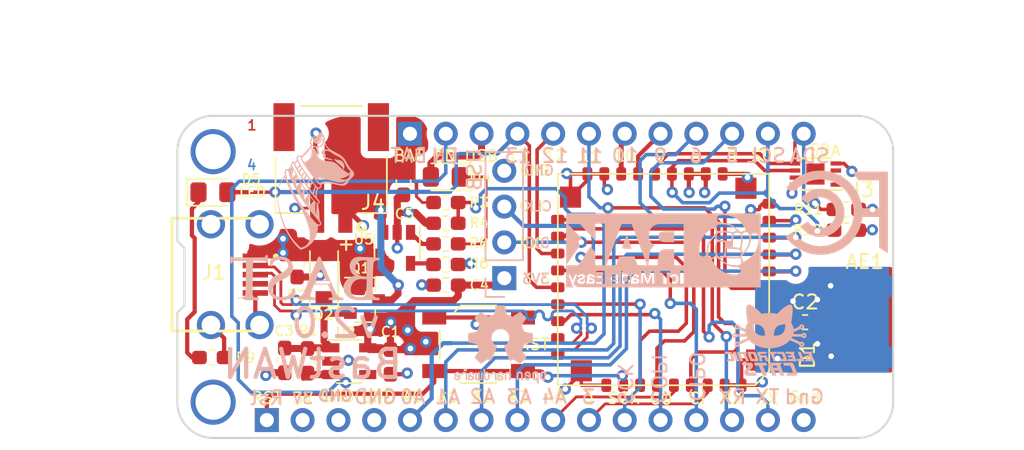
<source format=kicad_pcb>
(kicad_pcb (version 20221018) (generator pcbnew)
  (title_block (title "Bast-WAN") (date "2020-09-10") (rev "V2.0") (company "Electronic Cats") (comment 1 "Eduardo Contreras"))
  (layers (0 "F.Cu" signal) (1 "In1.Cu" power) (2 "In2.Cu" power) (31 "B.Cu" signal) (34 "B.Paste" user) (35 "F.Paste" user) (36 "B.SilkS" user "B.Silkscreen") (37 "F.SilkS" user "F.Silkscreen") (38 "B.Mask" user) (39 "F.Mask" user) (44 "Edge.Cuts" user))
  (net 0 "")
  (net 1 "+BATT")
  (net 2 "GND")
  (net 3 "VBUS")
  (net 4 "/TX")
  (net 5 "/RX")
  (net 6 "/MISO")
  (net 7 "/MOSI")
  (net 8 "/SCK")
  (net 9 "/A4")
  (net 10 "/A3")
  (net 11 "/A2")
  (net 12 "/A1")
  (net 13 "/A0")
  (net 14 "+3V3")
  (net 15 "/SDA")
  (net 16 "/SCL")
  (net 17 "/EN")
  (net 18 "Net-(AE1-Pad1)")
  (net 19 "/ANT")
  (net 20 "Net-(C3-Pad1)")
  (net 21 "Net-(D4-Pad1)")
  (net 22 "/D13")
  (net 23 "Net-(D5-Pad1)")
  (net 24 "/D+")
  (net 25 "Net-(J1-Pad4)")
  (net 26 "/D-")
  (net 27 "/D5")
  (net 28 "/D6")
  (net 29 "/D9")
  (net 30 "/D10")
  (net 31 "/D11")
  (net 32 "/D12")
  (net 33 "/RST")
  (net 34 "/SWCLK")
  (net 35 "/SWDIO")
  (net 36 "Net-(R6-Pad1)")
  (net 37 "Net-(R8-Pad1)")
  (net 38 "/D3")
  (footprint "MountingHole:MountingHole_2.5mm_Pad" (layer "F.Cu") (at 129.54 101.6)
    (fp_text reference "REF**" hide)
    (fp_text value "MountingHole_2.5mm_Pad" hide)
  )
  (footprint "MountingHole:MountingHole_2.5mm_Pad" (layer "F.Cu") (at 129.54 83.82)
    (fp_text reference "REF**" hide)
    (fp_text value "MountingHole_2.5mm_Pad" hide)
  )
  (footprint "MountingHole:MountingHole_2.2mm_M2" (layer "F.Cu") (at 175.26 83.185)
    (fp_text reference "REF**" hide)
    (fp_text value "MountingHole_2.2mm_M2" hide)
  )
  (footprint "MountingHole:MountingHole_2.2mm_M2" (layer "F.Cu") (at 175.26 102.235)
    (fp_text reference "REF**" hide)
    (fp_text value "MountingHole_2.2mm_M2" hide)
  )
  (footprint "Connector_PinSocket_2.54mm:PinSocket_1x16_P2.54mm_Vertical" (layer "F.Cu") (at 133.35 102.87 90)
    (fp_text reference "J3" hide)
    (fp_text value "Conn_Left" hide)
  )
  (footprint "Connector_PinSocket_2.54mm:PinSocket_1x12_P2.54mm_Vertical" (layer "F.Cu") (at 143.51 82.55 90)
    (fp_text reference "J2" hide)
    (fp_text value "Conn_Right" hide)
  )
  (footprint "bast-wan:SMA_EDGE" (layer "F.Cu") (at 177.798 95.9 180)
    (fp_text reference "AE1")
    (fp_text value "Antenna")
  )
  (footprint "Capacitor_SMD:C_0603_1608Metric_Pad1.05x0.95mm_HandSolder" (layer "F.Cu") (at 171.55 95.925)
    (fp_text reference "C2")
    (fp_text value "47pF")
  )
  (footprint "Capacitor_SMD:C_0603_1608Metric_Pad1.05x0.95mm_HandSolder" (layer "F.Cu") (at 146.06 93.292 180)
    (fp_text reference "C4")
    (fp_text value "10uF")
  )
  (footprint "LED_SMD:LED_0805_2012Metric_Pad1.15x1.40mm_HandSolder" (layer "F.Cu") (at 146.018 85.614 180)
    (fp_text reference "D4")
    (fp_text value "CHR")
  )
  (footprint "Package_TO_SOT_SMD:SOT-23" (layer "F.Cu") (at 140.28 94.34)
    (fp_text reference "Q1")
    (fp_text value "DMG3415U-7")
  )
  (footprint "Resistor_SMD:R_0603_1608Metric_Pad1.05x0.95mm_HandSolder" (layer "F.Cu") (at 136.24 98.665 -90)
    (fp_text reference "R1")
    (fp_text value "100K")
  )
  (footprint "Resistor_SMD:R_0603_1608Metric_Pad1.05x0.95mm_HandSolder" (layer "F.Cu") (at 146.056 87.432)
    (fp_text reference "R3")
    (fp_text value "100K")
  )
  (footprint "Resistor_SMD:R_0603_1608Metric_Pad1.05x0.95mm_HandSolder" (layer "F.Cu") (at 146.056 88.904 180)
    (fp_text reference "R4")
    (fp_text value "100K")
  )
  (footprint "Resistor_SMD:R_0603_1608Metric_Pad1.05x0.95mm_HandSolder" (layer "F.Cu") (at 146.054 91.828)
    (fp_text reference "R6")
    (fp_text value "1K")
  )
  (footprint "Resistor_SMD:R_0603_1608Metric_Pad1.05x0.95mm_HandSolder" (layer "F.Cu") (at 146.054 90.366)
    (fp_text reference "R8")
    (fp_text value "330")
  )
  (footprint "Resistor_SMD:R_0603_1608Metric_Pad1.05x0.95mm_HandSolder" (layer "F.Cu") (at 129.444 98.43)
    (fp_text reference "R9")
    (fp_text value "330")
  )
  (footprint "Resistor_SMD:R_0603_1608Metric_Pad1.05x0.95mm_HandSolder" (layer "F.Cu") (at 174.47 87.92 180)
    (fp_text reference "R11")
    (fp_text value "3K3")
  )
  (footprint "Package_TO_SOT_SMD:SOT-23-5" (layer "F.Cu") (at 142.6 90.65 -90)
    (fp_text reference "U5")
    (fp_text value "MCP73831-3-OT")
  )
  (footprint "Resistor_SMD:R_0603_1608Metric_Pad1.05x0.95mm_HandSolder" (layer "F.Cu") (at 135.5 91.84 -90)
    (fp_text reference "R2")
    (fp_text value "100K")
  )
  (footprint "Package_TO_SOT_SMD:TSOT-23-5" (layer "F.Cu") (at 139.2 98.69)
    (fp_text reference "U2")
    (fp_text value "AP2112K-3.3TRG1")
  )
  (footprint "LED_SMD:LED_0805_2012Metric_Pad1.15x1.40mm_HandSolder" (layer "F.Cu") (at 129.525 86.7)
    (fp_text reference "D5")
    (fp_text value "D13")
  )
  (footprint "Capacitor_SMD:C_0603_1608Metric_Pad1.05x0.95mm_HandSolder" (layer "F.Cu") (at 142.12 98.74 -90)
    (fp_text reference "C1")
    (fp_text value "0.1uF")
  )
  (footprint "Capacitor_SMD:C_0603_1608Metric_Pad1.05x0.95mm_HandSolder" (layer "F.Cu") (at 134.62 98.635 -90)
    (fp_text reference "C3")
    (fp_text value "10uF")
  )
  (footprint "Diode_SMD:D_SOD-123" (layer "F.Cu") (at 137.41 92.52 90)
    (fp_text reference "D2")
    (fp_text value "MBR120")
  )
  (footprint "bast-wan:RAK4260-footprint_w_solder_paste" (layer "F.Cu") (at 161.5 92.9 180)
    (fp_text reference "U1" hide)
    (fp_text value "RAK4260")
  )
  (footprint "Inductor_SMD:L_0402_1005Metric" (layer "F.Cu") (at 170.55 98.275 -90)
    (fp_text reference "D1")
    (fp_text value "PGB1010402KR")
  )
  (footprint "Connectors:U254051N4BH806" (layer "F.Cu") (at 130.35 92.55 -90)
    (fp_text reference "J1")
    (fp_text value "USB_B_Micro" hide)
  )
  (footprint "Package_DFN_QFN:DFN-8-1EP_3x2mm_P0.5mm_EP1.3x1.5mm" (layer "F.Cu") (at 172.28 85.41 180)
    (fp_text reference "U3")
    (fp_text value "ATECC608A-TNGLORA")
  )
  (footprint "Resistor_SMD:R_0603_1608Metric_Pad1.05x0.95mm_HandSolder" (layer "F.Cu") (at 174.47 89.395 180)
    (fp_text reference "R10")
    (fp_text value "3K3")
  )
  (footprint "bast-wan:JST_S2B-PH-SM4-TB(LF)(SN)" (layer "F.Cu") (at 137.92 87.83 180)
    (fp_text reference "J4")
    (fp_text value "Conn_Battery")
  )
  (footprint "Button_Switch_SMD:SW_SPST_TL3342" (layer "F.Cu") (at 148.38 97.49)
    (fp_text reference "SW1")
    (fp_text value "RST")
  )
  (footprint "Capacitor_SMD:C_0603_1608Metric_Pad1.05x0.95mm_HandSolder" (layer "F.Cu") (at 143.05 86.01 -90)
    (fp_text reference "C5")
    (fp_text value "10uF")
  )
  (footprint "Connector_PinHeader_2.54mm:PinHeader_1x04_P2.54mm_Vertical" (layer "B.Cu") (at 150.2 92.8)
    (fp_text reference "J5")
    (fp_text value "SWD")
  )
  (footprint "Aesthetics:bast_8x8" (layer "B.Cu") (at 136.05 88.33 180)
    (fp_text reference "G***" hide)
    (fp_text value "LOGO" hide)
  )
  (footprint "bast-wan:rak" (layer "B.Cu") (at 161.49 90.83 180)
    (fp_text reference "G***" hide)
    (fp_text value "LOGO" hide)
  )
  (footprint "Aesthetics:electronic_cats_logo_4x3" (layer "B.Cu") (at 169.02 97.2 180)
    (fp_text reference "G***" hide)
    (fp_text value "LOGO" hide)
  )
  (footprint "Symbol:FCC-Logo_7.3x6mm_SilkScreen" (layer "B.Cu") (at 173.8 88.15 180)
    (fp_text reference "REF**" hide)
    (fp_text value "FCC-Logo_7.3x6mm_SilkScreen" hide)
  )
  (footprint "Symbol:OSHW-Logo2_7.3x6mm_SilkScreen" (layer "B.Cu") (at 149.93 97.5 180)
    (fp_text reference "REF**" hide)
    (fp_text value "OSHW-Logo2_7.3x6mm_SilkScreen" hide)
  )
  (gr_line (start 147.375 99.325) (end 147.5 99.325) (stroke (width 0.12)) (layer "F.SilkS"))
  (gr_line (start 129.54 104.14) (end 175.26 104.14) (stroke (width 0.15)) (layer "Edge.Cuts"))
  (gr_arc (start 175.26 81.28) (mid 177.056051 82.023949) (end 177.8 83.82) (stroke (width 0.15)) (layer "Edge.Cuts"))
  (gr_line (start 175.26 81.28) (end 129.54 81.28) (stroke (width 0.15)) (layer "Edge.Cuts"))
  (gr_arc (start 177.8 101.6) (mid 177.056051 103.396051) (end 175.26 104.14) (stroke (width 0.15)) (layer "Edge.Cuts"))
  (gr_arc (start 127 83.82) (mid 127.743949 82.023949) (end 129.54 81.28) (stroke (width 0.15)) (layer "Edge.Cuts"))
  (gr_line (start 127 83.82) (end 127 90.17) (stroke (width 0.15)) (layer "Edge.Cuts"))
  (gr_line (start 127 90.17) (end 127.508 90.678) (stroke (width 0.15)) (layer "Edge.Cuts"))
  (gr_line (start 127.508 90.678) (end 127.508 94.742) (stroke (width 0.15)) (layer "Edge.Cuts"))
  (gr_line (start 127.508 94.742) (end 127 95.25) (stroke (width 0.15)) (layer "Edge.Cuts"))
  (gr_line (start 127 95.25) (end 127 101.6) (stroke (width 0.15)) (layer "Edge.Cuts"))
  (gr_arc (start 129.54 104.14) (mid 127.743949 103.396051) (end 127 101.6) (stroke (width 0.15)) (layer "Edge.Cuts"))
  (gr_line (start 177.8 101.6) (end 177.8 83.82) (stroke (width 0.15)) (layer "Edge.Cuts"))
  (gr_text "1" (at 132.3 81.95) (layer "F.Cu") (effects (font (size 0.7 0.7) (thickness 0.12))))
  (gr_text "4" (at 132.275 84.775) (layer "B.Cu") (effects (font (size 0.7 0.7) (thickness 0.12))))
  (gr_text "CLK" (at 152.6 87.7) (layer "B.SilkS") (effects (font (size 0.7 0.7) (thickness 0.12)) (justify mirror)))
  (gr_text "DIO" (at 152.55 90.3) (layer "B.SilkS") (effects (font (size 0.7 0.7) (thickness 0.12)) (justify mirror)))
  (gr_text "3V3" (at 152.45 92.85) (layer "B.SilkS") (effects (font (size 0.7 0.7) (thickness 0.12)) (justify mirror)))
  (gr_text "BAT" (at 143.425 84.1) (layer "B.SilkS") (effects (font (size 1 1)) (justify mirror)))
  (gr_text "EN" (at 146 84.125) (layer "B.SilkS") (effects (font (size 1 1)) (justify mirror)))
  (gr_text "USB" (at 148.08 85.09 90) (layer "B.SilkS") (effects (font (size 1 1)) (justify mirror)))
  (gr_text "13" (at 151.175 84.125) (layer "B.SilkS") (effects (font (size 1 1)) (justify mirror)))
  (gr_text "12" (at 153.8 84.1) (layer "B.SilkS") (effects (font (size 1 1)) (justify mirror)))
  (gr_text "11" (at 156.25 84.125) (layer "B.SilkS") (effects (font (size 1 1)) (justify mirror)))
  (gr_text "10" (at 158.775 84.1) (layer "B.SilkS") (effects (font (size 1 1)) (justify mirror)))
  (gr_text "9" (at 161.275 84.125) (layer "B.SilkS") (effects (font (size 1 1)) (justify mirror)))
  (gr_text "6" (at 163.8 84.125) (layer "B.SilkS") (effects (font (size 1 1)) (justify mirror)))
  (gr_text "5" (at 166.375 84.1) (layer "B.SilkS") (effects (font (size 1 1)) (justify mirror)))
  (gr_text "SCL" (at 168.8 84.1) (layer "B.SilkS") (effects (font (size 1 1)) (justify mirror)))
  (gr_text "SDA" (at 171.875 84.125) (layer "B.SilkS") (effects (font (size 1 1)) (justify mirror)))
  (gr_text "Rst" (at 133.35 101.3) (layer "B.SilkS") (effects (font (size 1 1)) (justify mirror)))
  (gr_text "GND" (at 138.19 101.15) (layer "B.SilkS") (effects (font (size 0.8 0.8)) (justify mirror)))
  (gr_text "A0" (at 143.7 101.225) (layer "B.SilkS") (effects (font (size 1 1)) (justify mirror)))
  (gr_text "A1" (at 146.175 101.225) (layer "B.SilkS") (effects (font (size 1 1)) (justify mirror)))
  (gr_text "A2" (at 148.65 101.2) (layer "B.SilkS") (effects (font (size 1 1)) (justify mirror)))
  (gr_text "A3" (at 151.25 101.225) (layer "B.SilkS") (effects (font (size 1 1)) (justify mirror)))
  (gr_text "A4" (at 153.75 101.225) (layer "B.SilkS") (effects (font (size 1 1)) (justify mirror)))
  (gr_text "3" (at 156.175 101.225) (layer "B.SilkS") (effects (font (size 1 1)) (justify mirror)))
  (gr_text "SCK" (at 158.76 100.3 270) (layer "B.SilkS") (effects (font (size 1 1)) (justify mirror)))
  (gr_text "COPI" (at 161.16 99.94 270) (layer "B.SilkS") (effects (font (size 1 1)) (justify mirror)))
  (gr_text "CIPO" (at 163.85 99.79 270) (layer "B.SilkS") (effects (font (size 1 1)) (justify mirror)))
  (gr_text "RX" (at 166.4 101.225) (layer "B.SilkS") (effects (font (size 1 1)) (justify mirror)))
  (gr_text "TX" (at 168.875 101.225) (layer "B.SilkS") (effects (font (size 1 1)) (justify mirror)))
  (gr_text "Gnd" (at 171.5 101.225) (layer "B.SilkS") (effects (font (size 1 1)) (justify mirror)))
  (gr_text "GND" (at 152.65 85.15) (layer "B.SilkS") (effects (font (size 0.7 0.7) (thickness 0.12)) (justify mirror)))
  (gr_text "v2.0" (at 138.225 96) (layer "B.SilkS") (effects (font (size 2 2) (thickness 0.3)) (justify mirror)))
  (gr_text "3V" (at 135.9 101.325) (layer "B.SilkS") (effects (font (size 0.8 0.8) (thickness 0.12)) (justify mirror)))
  (gr_text "GND" (at 141.05 101.225) (layer "B.SilkS") (effects (font (size 1 1)) (justify mirror)))
  (gr_text "BastWAN" (at 136.6 98.9) (layer "B.SilkS") (effects (font (size 2 2) (thickness 0.3)) (justify mirror)))
  (gr_text "3V3" (at 152.45 92.85) (layer "F.SilkS") (effects (font (size 0.7 0.7) (thickness 0.12))))
  (gr_text "DIO" (at 152.15 90.35) (layer "F.SilkS") (effects (font (size 0.7 0.7) (thickness 0.12))))
  (gr_text "CLK" (at 152.25 87.7) (layer "F.SilkS") (effects (font (size 0.7 0.7) (thickness 0.12))))
  (gr_text "GND" (at 152.35 85.15) (layer "F.SilkS") (effects (font (size 0.7 0.7) (thickness 0.12))))
  (gr_text "CO" (at 161.31 101.36) (layer "F.SilkS") (effects (font (size 0.8 0.8) (thickness 0.12))))
  (gr_text "3V" (at 135.9 101.325) (layer "F.SilkS") (effects (font (size 0.8 0.8) (thickness 0.12))))
  (gr_text "SDA" (at 172.94 83.73) (layer "F.SilkS") (effects (font (size 0.8 0.8) (thickness 0.12))))
  (gr_text "GND" (at 141.25 101.24) (layer "F.SilkS") (effects (font (size 0.8 0.8) (thickness 0.12))))
  (gr_text "GND" (at 138.37 101.19) (layer "F.SilkS") (effects (font (size 0.8 0.8) (thickness 0.12))))
  (gr_text "RX" (at 166.33 101.33) (layer "F.SilkS") (effects (font (size 0.8 0.8) (thickness 0.12))))
  (gr_text "SCK" (at 158.69 101.31) (layer "F.SilkS") (effects (font (size 0.8 0.8) (thickness 0.12))))
  (gr_text "Gnd" (at 171.525 101.225) (layer "F.SilkS") (effects (font (size 0.8 0.8) (thickness 0.12))))
  (gr_text "3" (at 156.175 101.225) (layer "F.SilkS") (effects (font (size 0.8 0.8) (thickness 0.12))))
  (gr_text "10" (at 158.775 84.1) (layer "F.SilkS") (effects (font (size 0.8 0.8) (thickness 0.12))))
  (gr_text "A2" (at 148.65 101.2) (layer "F.SilkS") (effects (font (size 0.8 0.8) (thickness 0.12))))
  (gr_text "RST" (at 133.35 101.3) (layer "F.SilkS") (effects (font (size 0.8 0.8) (thickness 0.12))))
  (gr_text "A0" (at 143.7 101.225) (layer "F.SilkS") (effects (font (size 0.8 0.8) (thickness 0.12))))
  (gr_text "RST" (at 152.31 97.49) (layer "F.SilkS") (effects (font (size 0.8 0.8) (thickness 0.12))))
  (gr_text "A4" (at 153.75 101.225) (layer "F.SilkS") (effects (font (size 0.8 0.8) (thickness 0.12))))
  (gr_text "9" (at 161.275 84.125) (layer "F.SilkS") (effects (font (size 0.8 0.8) (thickness 0.12))))
  (gr_text "13" (at 151.175 84.125) (layer "F.SilkS") (effects (font (size 0.8 0.8) (thickness 0.12))))
  (gr_text "USB" (at 148.575 84.125) (layer "F.SilkS") (effects (font (size 0.8 0.8) (thickness 0.12))))
  (gr_text "GND" (at 141.25 101.24) (layer "F.SilkS") (effects (font (size 0.8 0.8) (thickness 0.12))))
  (gr_text "12" (at 153.8 84.125) (layer "F.SilkS") (effects (font (size 0.8 0.8) (thickness 0.12))))
  (gr_text "+" (at 138.98 90.34) (layer "F.SilkS") (effects (font (size 1 1))))
  (gr_text "5" (at 166.375 84.1) (layer "F.SilkS") (effects (font (size 0.8 0.8) (thickness 0.12))))
  (gr_text "EN" (at 146 84.125) (layer "F.SilkS") (effects (font (size 0.8 0.8) (thickness 0.12))))
  (gr_text "A3" (at 151.25 101.225) (layer "F.SilkS") (effects (font (size 0.8 0.8) (thickness 0.12))))
  (gr_text "SCL" (at 168.8 84.1) (layer "F.SilkS") (effects (font (size 0.8 0.8) (thickness 0.12))))
  (gr_text "TX" (at 168.98 101.38) (layer "F.SilkS") (effects (font (size 0.8 0.8) (thickness 0.12))))
  (gr_text "LED" (at 132.33 86.69) (layer "F.SilkS") (effects (font (size 0.7 0.7) (thickness 0.12))))
  (gr_text "CI" (at 163.89 101.33) (layer "F.SilkS") (effects (font (size 0.8 0.8) (thickness 0.12))))
  (gr_text "11" (at 156.25 84.125) (layer "F.SilkS") (effects (font (size 0.8 0.8) (thickness 0.12))))
  (gr_text "BAT" (at 143.425 84.1) (layer "F.SilkS") (effects (font (size 0.8 0.8) (thickness 0.12))))
  (gr_text "6" (at 163.8 84.125) (layer "F.SilkS") (effects (font (size 0.8 0.8) (thickness 0.12))))
  (gr_text "A1" (at 146.175 101.225) (layer "F.SilkS") (effects (font (size 0.8 0.8) (thickness 0.12))))
  (segment (start 141.65 86.92) (end 141.47 87.1) (width 0.3) (layer "F.Cu") (net 1))
  (segment (start 143.97 86.05) (end 143.71 85.79) (width 0.25) (layer "F.Cu") (net 1))
  (segment (start 143.97 86.82) (end 143.97 86.05) (width 0.25) (layer "F.Cu") (net 1))
  (segment (start 141.65 89.55) (end 141.65 86.92) (width 0.3) (layer "F.Cu") (net 1))
  (segment (start 138.97 87.83) (end 140.21 89.07) (width 0.35) (layer "F.Cu") (net 1))
  (segment (start 142.66 93.3) (end 142.68 93.28) (width 0.5) (layer "F.Cu") (net 1))
  (segment (start 143.97 87.01) (end 143.97 86.82) (width 0.2) (layer "F.Cu") (net 1))
  (segment (start 145.181 87.432) (end 144.392 87.432) (width 0.2) (layer "F.Cu") (net 1))
  (segment (start 144.392 87.432) (end 143.97 87.01) (width 0.2) (layer "F.Cu") (net 1))
  (segment (start 142.66 93.91) (end 142.66 93.3) (width 0.5) (layer "F.Cu") (net 1))
  (segment (start 142.23 94.34) (end 142.66 93.91) (width 0.5) (layer "F.Cu") (net 1))
  (segment (start 143.71 85.79) (end 143.12 85.73) (width 0.2) (layer "F.Cu") (net 1))
  (segment (start 141.28 94.34) (end 142.23 94.34) (width 0.5) (layer "F.Cu") (net 1))
  (segment (start 143.05 85.66) (end 143.05 85.135) (width 0.2) (layer "F.Cu") (net 1))
  (segment (start 138.92 87.83) (end 138.97 87.83) (width 0.35) (layer "F.Cu") (net 1))
  (segment (start 143.12 85.73) (end 143.05 85.66) (width 0.2) (layer "F.Cu") (net 1))
  (via (at 141.44 87.98) (size 0.8) (drill 0.4) (layers "F.Cu" "B.Cu") (net 1))
  (via (at 142.68 93.28) (size 0.8) (drill 0.4) (layers "F.Cu" "B.Cu") (net 1))
  (via (at 140.21 89.07) (size 0.8) (drill 0.4) (layers "F.Cu" "B.Cu") (net 1))
  (segment (start 141.44 92.04) (end 141.44 87.98) (width 0.5) (layer "B.Cu") (net 1))
  (segment (start 142.68 93.28) (end 141.44 92.04) (width 0.5) (layer "B.Cu") (net 1))
  (segment (start 142.6 89.55) (end 142.62 88.11) (width 0.5) (layer "F.Cu") (net 2))
  (segment (start 154.9 85.63) (end 154.64 85.37) (width 0.25) (layer "F.Cu") (net 2))
  (segment (start 172.42 94.32) (end 172.42 94.28) (width 0.25) (layer "F.Cu") (net 2))
  (segment (start 145.185 93.292) (end 144.355565 93.292) (width 0.3) (layer "F.Cu") (net 2))
  (segment (start 145.23 95.59) (end 148.41 95.59) (width 0.3) (layer "F.Cu") (net 2))
  (segment (start 133.47 99.51) (end 133.28 99.7) (width 0.5) (layer "F.Cu") (net 2))
  (segment (start 155.67 100.37) (end 155.67 99.37) (width 0.25) (layer "F.Cu") (net 2))
  (segment (start 165.7 85.4) (end 167.210458 85.4) (width 0.3) (layer "F.Cu") (net 2))
  (segment (start 170.98 98.65) (end 171.76 98.65) (width 0.25) (layer "F.Cu") (net 2))
  (segment (start 144.656 88.904) (end 143.89 88.138) (width 0.5) (layer "F.Cu") (net 2))
  (segment (start 172.42 97.99) (end 172.42 97.46) (width 0.25) (layer "F.Cu") (net 2))
  (segment (start 154.9 87.05) (end 154.9 85.63) (width 0.25) (layer "F.Cu") (net 2))
  (segment (start 148.41 95.59) (end 148.41 95.88) (width 0.3) (layer "F.Cu") (net 2))
  (segment (start 145.181 88.904) (end 144.656 88.904) (width 0.5) (layer "F.Cu") (net 2))
  (segment (start 156.1 85.85) (end 154.9 87.05) (width 0.25) (layer "F.Cu") (net 2))
  (segment (start 167.11 98.61) (end 168.11 98.61) (width 0.25) (layer "F.Cu") (net 2))
  (segment (start 132.535 95.825) (end 132.835 96.125) (width 0.3) (layer "F.Cu") (net 2))
  (segment (start 130.319 98.43) (end 130.319 97.059) (width 0.3) (layer "F.Cu") (net 2))
  (segment (start 142.6 90.65) (end 142.61 90.66) (width 0.3) (layer "F.Cu") (net 2))
  (segment (start 144.355565 93.292) (end 144.346189 93.282624) (width 0.3) (layer "F.Cu") (net 2))
  (segment (start 169.49 98.61) (end 169.6 98.5) (width 0.3) (layer "F.Cu") (net 2))
  (segment (start 142.05 99.615) (end 143.235 99.615) (width 0.3) (layer "F.Cu") (net 2))
  (segment (start 157.3 85.4) (end 157.3 86.29) (width 0.25) (layer "F.Cu") (net 2))
  (segment (start 165.84 100.4) (end 167.04 100.4) (width 0.3) (layer "F.Cu") (net 2))
  (segment (start 157.3 86.29) (end 157.52 86.51) (width 0.25) (layer "F.Cu") (net 2))
  (segment (start 156.1 85.4) (end 156.1 85.85) (width 0.25) (layer "F.Cu") (net 2))
  (segment (start 135.5 92.715) (end 136.995 92.715) (width 0.5) (layer "F.Cu") (net 2))
  (segment (start 144.495 88.9) (end 143.764 88.138) (width 0.35) (layer "F.Cu") (net 2))
  (segment (start 172.02 94.72) (end 172.42 94.32) (width 0.25) (layer "F.Cu") (net 2))
  (segment (start 137.89 98.69) (end 139.08 98.69) (width 0.2) (layer "F.Cu") (net 2))
  (segment (start 156.1 85.4) (end 157.3 85.4) (width 0.25) (layer "F.Cu") (net 2))
  (segment (start 167.04 98.68) (end 167.11 98.61) (width 0.25) (layer "F.Cu") (net 2))
  (segment (start 146.929 91.828) (end 147.722 91.828) (width 0.3) (layer "F.Cu") (net 2))
  (segment (start 136.795 82.555) (end 136.84 82.51) (width 0.3) (layer "F.Cu") (net 2))
  (segment (start 142.648 88.138) (end 142.62 88.11) (width 0.5) (layer "F.Cu") (net 2))
  (segment (start 143.235 99.615) (end 143.31 99.54) (width 0.3) (layer "F.Cu") (net 2))
  (segment (start 144.346189 93.282624) (end 144.346189 93.27499) (width 0.3) (layer "F.Cu") (net 2))
  (segment (start 130.319 97.059) (end 129.385 96.125) (width 0.3) (layer "F.Cu") (net 2))
  (segment (start 155.7 100.4) (end 155.67 100.37) (width 0.25) (layer "F.Cu") (net 2))
  (segment (start 143.89 88.138) (end 143.764 88.138) (width 0.5) (layer "F.Cu") (net 2))
  (segment (start 135.36 87.83) (end 135.34 87.85) (width 0.2) (layer "F.Cu") (net 2))
  (segment (start 132.535 93.85) (end 132.535 95.825) (width 0.3) (layer "F.Cu") (net 2))
  (segment (start 142.6 89.55) (end 142.6 88.72) (width 0.3) (layer "F.Cu") (net 2))
  (segment (start 157.44 100.4) (end 155.7 100.4) (width 0.25) (layer "F.Cu") (net 2))
  (segment (start 139.08 98.69) (end 139.14 98.63) (width 0.2) (layer "F.Cu") (net 2))
  (segment (start 174.31 84.66) (end 174.87 85.22) (width 0.25) (layer "F.Cu") (net 2))
  (segment (start 167.04 100.4) (end 167.04 98.68) (width 0.25) (layer "F.Cu") (net 2))
  (segment (start 167.04 100.4) (end 168.28 100.4) (width 0.25) (layer "F.Cu") (net 2))
  (segment (start 167.35 86.42) (end 167.460468 86.309532) (width 0.3) (layer "F.Cu") (net 2))
  (segment (start 142.6 89.55) (end 142.6 90.65) (width 0.3) (layer "F.Cu") (net 2))
  (segment (start 170.87 98.76) (end 170.98 98.65) (width 0.25) (layer "F.Cu") (net 2))
  (segment (start 143.892 88.14) (end 143.42 88.14) (width 0.5) (layer "F.Cu") (net 2))
  (segment (start 143.764 88.138) (end 143.42 88.14) (width 0.5) (layer "F.Cu") (net 2))
  (segment (start 136.92 87.83) (end 135.36 87.83) (width 0.2) (layer "F.Cu") (net 2))
  (segment (start 144.656 88.904) (end 143.892 88.14) (width 0.5) (layer "F.Cu") (net 2))
  (segment (start 147.722 91.828) (end 147.8 91.75) (width 0.3) (layer "F.Cu") (net 2))
  (segment (start 144.743 93.292) (end 144.355565 93.292) (width 0.3) (layer "F.Cu") (net 2))
  (segment (start 154.67 85.4) (end 154.64 85.37) (width 0.25) (layer "F.Cu") (net 2))
  (segment (start 168.28 100.4) (end 168.52 100.16) (width 0.25) (layer "F.Cu") (net 2))
  (segment (start 142.62 88.11) (end 142.6 87.115) (width 0.5) (layer "F.Cu") (net 2))
  (segment (start 167.460468 86.309532) (end 167.460468 86.215695) (width 0.3) (layer "F.Cu") (net 2))
  (segment (start 155.67 99.53) (end 154.53 100.67) (width 0.25) (layer "F.Cu") (net 2))
  (segment (start 136.795 86.606) (end 136.795 82.555) (width 0.3) (layer "F.Cu") (net 2))
  (segment (start 169 94.72) (end 172.02 94.72) (width 0.25) (layer "F.Cu") (net 2))
  (segment (start 136.995 92.715) (end 137.13 92.58) (width 0.5) (layer "F.Cu") (net 2))
  (segment (start 171.76 98.65) (end 172.42 97.99) (width 0.25) (layer "F.Cu") (net 2))
  (segment (start 156.1 85.4) (end 154.67 85.4) (width 0.25) (layer "F.Cu") (net 2))
  (segment (start 144.65 88.9) (end 144.495 88.9) (width 0.35) (layer "F.Cu") (net 2))
  (segment (start 144.654 88.904) (end 144.65 88.9) (width 0.3) (layer "F.Cu") (net 2))
  (segment (start 145.181 88.904) (end 144.654 88.904) (width 0.3) (layer "F.Cu") (net 2))
  (segment (start 173.73 84.66) (end 174.31 84.66) (width 0.25) (layer "F.Cu") (net 2))
  (segment (start 155.67 99.37) (end 155.67 99.53) (width 0.25) (layer "F.Cu") (net 2))
  (segment (start 148.41 95.59) (end 151.53 95.59) (width 0.3) (layer "F.Cu") (net 2))
  (segment (start 148.41 95.88) (end 148.21 96.08) (width 0.3) (layer "F.Cu") (net 2))
  (segment (start 167.210458 85.4) (end 167.460468 85.65001) (width 0.3) (layer "F.Cu") (net 2))
  (segment (start 142.6 87.115) (end 142.735 86.98) (width 0.5) (layer "F.Cu") (net 2))
  (segment (start 143.42 88.14) (end 142.648 88.138) (width 0.5) (layer "F.Cu") (net 2))
  (segment (start 172.42 94.28) (end 173.36 93.34) (width 0.25) (layer "F.Cu") (net 2))
  (segment (start 167.460468 86.215695) (end 167.460468 85.65001) (width 0.3) (layer "F.Cu") (net 2))
  (segment (start 168.11 98.61) (end 169.49 98.61) (width 0.3) (layer "F.Cu") (net 2))
  (segment (start 170.55 98.76) (end 170.87 98.76) (width 0.25) (layer "F.Cu") (net 2))
  (segment (start 134.62 99.51) (end 133.47 99.51) (width 0.5) (layer "F.Cu") (net 2))
  (via (at 173.36 93.34) (size 0.8) (drill 0.4) (layers "F.Cu" "B.Cu") (net 2))
  (via (at 143.31 99.54) (size 0.8) (drill 0.4) (layers "F.Cu" "B.Cu") (net 2))
  (via (at 157.52 86.51) (size 0.8) (drill 0.4) (layers "F.Cu" "B.Cu") (net 2))
  (via (at 172.42 94.32) (size 0.8) (drill 0.4) (layers "F.Cu" "B.Cu") (net 2))
  (via (at 170.69 94.43) (size 0.8) (drill 0.4) (layers "F.Cu" "B.Cu") (net 2))
  (via (at 136.84 82.51) (size 0.8) (drill 0.4) (layers "F.Cu" "B.Cu") (net 2))
  (via (at 147.8 91.75) (size 0.8) (drill 0.4) (layers "F.Cu" "B.Cu") (net 2))
  (via (at 172.42 97.46) (size 0.8) (drill 0.4) (layers "F.Cu" "B.Cu") (net 2))
  (via (at 148.21 96.08) (size 0.8) (drill 0.4) (layers "F.Cu" "B.Cu") (net 2))
  (via (at 143.42 88.14) (size 0.8) (drill 0.4) (layers "F.Cu" "B.Cu") (net 2))
  (via (at 135.34 87.85) (size 0.8) (drill 0.4) (layers "F.Cu" "B.Cu") (net 2))
  (via (at 173.4 98.34) (size 0.8) (drill 0.4) (layers "F.Cu" "B.Cu") (net 2))
  (via (at 167.460468 85.65001) (size 0.8) (drill 0.4) (layers "F.Cu" "B.Cu") (net 2))
  (via (at 168.52 100.16) (size 0.8) (drill 0.4) (layers "F.Cu" "B.Cu") (net 2))
  (via (at 137.13 92.58) (size 0.8) (drill 0.4) (layers "F.Cu" "B.Cu") (net 2))
  (via (at 133.28 99.7) (size 0.8) (drill 0.4) (layers "F.Cu" "B.Cu") (net 2))
  (via (at 139.14 98.63) (size 0.8) (drill 0.4) (layers "F.Cu" "B.Cu") (net 2))
  (via (at 154.64 85.37) (size 0.8) (drill 0.4) (layers "F.Cu" "B.Cu") (net 2))
  (via (at 174.87 85.22) (size 0.8) (drill 0.4) (layers "F.Cu" "B.Cu") (net 2))
  (via (at 142.61 90.66) (size 0.8) (drill 0.4) (layers "F.Cu" "B.Cu") (net 2))
  (via (at 169.6 98.5) (size 0.8) (drill 0.4) (layers "F.Cu" "B.Cu") (net 2))
  (via (at 154.53 100.67) (size 0.8) (drill 0.4) (layers "F.Cu" "B.Cu") (net 2))
  (via (at 144.346189 93.27499) (size 0.8) (drill 0.4) (layers "F.Cu" "B.Cu") (net 2))
  (via (at 154.64 85.37) (size 0.8) (drill 0.4) (layers "F.Cu" "B.Cu") (net 2))
  (segment (start 172.52 97.46) (end 173.4 98.34) (width 0.25) (layer "B.Cu") (net 2))
  (segment (start 172.42 94.32) (end 170.8 94.32) (width 0.25) (layer "B.Cu") (net 2))
  (segment (start 170.8 94.32) (end 170.69 94.43) (width 0.25) (layer "B.Cu") (net 2))
  (segment (start 172.42 97.46) (end 172.52 97.46) (width 0.25) (layer "B.Cu") (net 2))
  (segment (start 148.39 84.13) (end 148.59 83.93) (width 0.5) (layer "F.Cu") (net 3))
  (segment (start 134.25 91.25) (end 134.5 91) (width 0.3) (layer "F.Cu") (net 3))
  (segment (start 132.925 90.7) (end 133.225 91) (width 0.3) (layer "F.Cu") (net 3))
  (segment (start 133.225 91) (end 134.5 91) (width 0.3) (layer "F.Cu") (net 3))
  (segment (start 141.65 91.75) (end 141.03 91.75) (width 0.25) (layer "F.Cu") (net 3))
  (segment (start 132.85 91.3) (end 132.85 90.775) (width 0.3) (layer "F.Cu") (net 3))
  (segment (start 144.993 85.614) (end 144.993 84.647) (width 0.5) (layer "F.Cu") (net 3))
  (segment (start 145.51 84.13) (end 148.39 84.13) (width 0.5) (layer "F.Cu") (net 3))
  (segment (start 132.85 90.775) (end 132.925 90.7) (width 0.3) (layer "F.Cu") (net 3))
  (segment (start 132.535 91.25) (end 134.25 91.25) (width 0.3) (layer "F.Cu") (net 3))
  (segment (start 148.59 83.93) (end 148.59 82.55) (width 0.5) (layer "F.Cu") (net 3))
  (segment (start 144.993 84.647) (end 145.51 84.13) (width 0.5) (layer "F.Cu") (net 3))
  (segment (start 141.03 91.75) (end 139.97 90.69) (width 0.25) (layer "F.Cu") (net 3))
  (via (at 134.5 91) (size 0.8) (drill 0.4) (layers "F.Cu" "B.Cu") (net 3))
  (via (at 139.97 90.69) (size 0.8) (drill 0.4) (layers "F.Cu" "B.Cu") (net 3))
  (via (at 134.5 90) (size 0.8) (drill 0.4) (layers "F.Cu" "B.Cu") (net 3))
  (segment (start 134.5 91) (end 134.5 90) (width 0.3) (layer "B.Cu") (net 3))
  (segment (start 154.475 89.85) (end 155.025 89.3) (width 0.25) (layer "F.Cu") (net 4))
  (segment (start 155.025 89.3) (end 163.9 89.3) (width 0.25) (layer "F.Cu") (net 4))
  (segment (start 164.340001 89.740001) (end 164.340001 96.570001) (width 0.25) (layer "F.Cu") (net 4))
  (segment (start 163.9 89.3) (end 164.340001 89.740001) (width 0.25) (layer "F.Cu") (net 4))
  (segment (start 154.475 89.85) (end 154.945 89.38) (width 0.25) (layer "F.Cu") (net 4))
  (segment (start 164.340001 96.570001) (end 164.74 96.97) (width 0.25) (layer "F.Cu") (net 4))
  (segment (start 154 89.85) (end 154.475 89.85) (width 0.25) (layer "F.Cu") (net 4))
  (via (at 164.74 96.97) (size 0.8) (drill 0.4) (layers "F.Cu" "B.Cu") (net 4))
  (segment (start 164.98 95.93) (end 164.74 96.17) (width 0.25) (layer "B.Cu") (net 4))
  (segment (start 168.382081 101.14) (end 167.17 101.14) (width 0.25) (layer "B.Cu") (net 4))
  (segment (start 167.17 101.14) (end 166.78 100.75) (width 0.25) (layer "B.Cu") (net 4))
  (segment (start 166.78 96.36) (end 166.35 95.93) (width 0.25) (layer "B.Cu") (net 4))
  (segment (start 168.91 102.87) (end 168.91 101.667919) (width 0.25) (layer "B.Cu") (net 4))
  (segment (start 168.91 101.667919) (end 168.382081 101.14) (width 0.25) (layer "B.Cu") (net 4))
  (segment (start 166.35 95.93) (end 164.98 95.93) (width 0.25) (layer "B.Cu") (net 4))
  (segment (start 166.78 100.75) (end 166.78 96.36) (width 0.25) (layer "B.Cu") (net 4))
  (segment (start 164.74 96.17) (end 164.74 96.97) (width 0.25) (layer "B.Cu") (net 4))
  (segment (start 164.25 88.65) (end 154 88.65) (width 0.25) (layer "F.Cu") (net 5))
  (segment (start 164.959978 89.359978) (end 164.25 88.65) (width 0.25) (layer "F.Cu") (net 5))
  (segment (start 165.96 96.94) (end 164.959978 95.939978) (width 0.25) (layer "F.Cu") (net 5))
  (segment (start 164.959978 95.939978) (end 164.959978 89.359978) (width 0.25) (layer "F.Cu") (net 5))
  (via (at 165.96 96.94) (size 0.8) (drill 0.4) (layers "F.Cu" "B.Cu") (net 5))
  (segment (start 165.96 102.46) (end 166.37 102.87) (width 0.25) (layer "B.Cu") (net 5))
  (segment (start 165.96 96.94) (end 165.96 102.46) (width 0.25) (layer "B.Cu") (net 5))
  (segment (start 161.98 92.88) (end 161.98 94.59) (width 0.25) (layer "F.Cu") (net 6))
  (segment (start 154 92.25) (end 161.35 92.25) (width 0.25) (layer "F.Cu") (net 6))
  (segment (start 161.35 92.25) (end 161.98 92.88) (width 0.25) (layer "F.Cu") (net 6))
  (via (at 161.98 94.59) (size 0.8) (drill 0.4) (layers "F.Cu" "B.Cu") (net 6))
  (segment (start 163.83 95.01) (end 163.41 94.59) (width 0.25) (layer "B.Cu") (net 6))
  (segment (start 163.41 94.59) (end 161.98 94.59) (width 0.25) (layer "B.Cu") (net 6))
  (segment (start 163.83 102.87) (end 163.83 95.01) (width 0.25) (layer "B.Cu") (net 6))
  (segment (start 154.935 95.39) (end 160.8 95.39) (width 0.25) (layer "F.Cu") (net 7))
  (segment (start 160.8 95.39) (end 160.88 95.31) (width 0.25) (layer "F.Cu") (net 7))
  (segment (start 154.475 95.85) (end 154.935 95.39) (width 0.25) (layer "F.Cu") (net 7))
  (segment (start 154 95.85) (end 154.475 95.85) (width 0.25) (layer "F.Cu") (net 7))
  (via (at 160.88 95.31) (size 0.8) (drill 0.4) (layers "F.Cu" "B.Cu") (net 7))
  (segment (start 161.29 95.72) (end 160.88 95.31) (width 0.25) (layer "B.Cu") (net 7))
  (segment (start 161.29 102.87) (end 161.29 95.72) (width 0.25) (layer "B.Cu") (net 7))
  (segment (start 159.84 94.64) (end 154.01 94.64) (width 0.25) (layer "F.Cu") (net 8))
  (segment (start 154.01 94.64) (end 154 94.65) (width 0.25) (layer "F.Cu") (net 8))
  (via (at 159.84 94.64) (size 0.8) (drill 0.4) (layers "F.Cu" "B.Cu") (net 8))
  (segment (start 159.84 95.205685) (end 159.84 94.64) (width 0.25) (layer "B.Cu") (net 8))
  (segment (start 159.84 100.577919) (end 159.84 95.205685) (width 0.25) (layer "B.Cu") (net 8))
  (segment (start 158.75 101.667919) (end 159.84 100.577919) (width 0.25) (layer "B.Cu") (net 8))
  (segment (start 158.75 102.87) (end 158.75 101.667919) (width 0.25) (layer "B.Cu") (net 8))
  (segment (start 162.24 100.875) (end 161.865 101.25) (width 0.2) (layer "F.Cu") (net 9))
  (segment (start 153.67 102.87) (end 155.32 101.22) (width 0.2) (layer "F.Cu") (net 9))
  (segment (start 155.32 101.22) (end 161.68 101.25) (width 0.2) (layer "F.Cu") (net 9))
  (segment (start 162.24 100.4) (end 162.24 100.875) (width 0.2) (layer "F.Cu") (net 9))
  (segment (start 161.865 101.25) (end 161.68 101.25) (width 0.2) (layer "F.Cu") (net 9))
  (segment (start 169 92.32) (end 170.86499 92.32) (width 0.3) (layer "F.Cu") (net 10))
  (segment (start 170.86499 92.32) (end 170.88499 92.3) (width 0.3) (layer "F.Cu") (net 10))
  (via (at 170.88499 92.3) (size 0.8) (drill 0.4) (layers "F.Cu" "B.Cu") (net 10))
  (segment (start 170.319305 92.3) (end 170.88499 92.3) (width 0.25) (layer "B.Cu") (net 10))
  (segment (start 151.13 102.87) (end 151.13 99.44) (width 0.25) (layer "B.Cu") (net 10))
  (segment (start 158.869991 92.933599) (end 159.50359 92.3) (width 0.25) (layer "B.Cu") (net 10))
  (segment (start 159.50359 92.3) (end 170.319305 92.3) (width 0.25) (layer "B.Cu") (net 10))
  (segment (start 157.723589 98.95) (end 158.869991 97.803598) (width 0.25) (layer "B.Cu") (net 10))
  (segment (start 151.13 99.44) (end 151.62 98.95) (width 0.25) (layer "B.Cu") (net 10))
  (segment (start 158.869991 97.803598) (end 158.869991 92.933599) (width 0.25) (layer "B.Cu") (net 10))
  (segment (start 151.62 98.95) (end 157.723589 98.95) (width 0.25) (layer "B.Cu") (net 10))
  (segment (start 169 91.12) (end 170.86499 91.12) (width 0.3) (layer "F.Cu") (net 11))
  (segment (start 170.86499 91.12) (end 170.88499 91.1) (width 0.3) (layer "F.Cu") (net 11))
  (via (at 170.88499 91.1) (size 0.8) (drill 0.4) (layers "F.Cu" "B.Cu") (net 11))
  (segment (start 148.59 99.4) (end 149.54 98.45) (width 0.25) (layer "B.Cu") (net 11))
  (segment (start 157.587178 98.45) (end 158.41998 97.617198) (width 0.25) (layer "B.Cu") (net 11))
  (segment (start 158.41998 91.61002) (end 158.93 91.1) (width 0.25) (layer "B.Cu") (net 11))
  (segment (start 170.319305 91.1) (end 170.88499 91.1) (width 0.25) (layer "B.Cu") (net 11))
  (segment (start 149.54 98.45) (end 157.587178 98.45) (width 0.25) (layer "B.Cu") (net 11))
  (segment (start 158.93 91.1) (end 170.319305 91.1) (width 0.25) (layer "B.Cu") (net 11))
  (segment (start 148.59 102.87) (end 148.59 99.4) (width 0.25) (layer "B.Cu") (net 11))
  (segment (start 158.41998 97.617198) (end 158.41998 91.61002) (width 0.25) (layer "B.Cu") (net 11))
  (segment (start 169 89.92) (end 170.86499 89.92) (width 0.3) (layer "F.Cu") (net 12))
  (segment (start 170.86499 89.92) (end 170.88499 89.9) (width 0.3) (layer "F.Cu") (net 12))
  (via (at 170.88499 89.9) (size 0.8) (drill 0.4) (layers "F.Cu" "B.Cu") (net 12))
  (segment (start 157.969969 92.219969) (end 157.969969 90.380031) (width 0.25) (layer "B.Cu") (net 12))
  (segment (start 146.9 97.89) (end 157.510767 97.89) (width 0.25) (layer "B.Cu") (net 12))
  (segment (start 146.05 98.74) (end 146.9 97.89) (width 0.25) (layer "B.Cu") (net 12))
  (segment (start 158.45 89.9) (end 170.319305 89.9) (width 0.25) (layer "B.Cu") (net 12))
  (segment (start 146.05 102.87) (end 146.05 98.74) (width 0.25) (layer "B.Cu") (net 12))
  (segment (start 157.510767 97.89) (end 157.969969 97.430798) (width 0.25) (layer "B.Cu") (net 12))
  (segment (start 170.319305 89.9) (end 170.88499 89.9) (width 0.25) (layer "B.Cu") (net 12))
  (segment (start 157.969969 90.380031) (end 158.45 89.9) (width 0.25) (layer "B.Cu") (net 12))
  (segment (start 157.969969 97.430798) (end 157.969969 92.219969) (width 0.25) (layer "B.Cu") (net 12))
  (segment (start 157.969969 92.219969) (end 157.969969 91.020031) (width 0.25) (layer "B.Cu") (net 12))
  (segment (start 147.832 87.432) (end 148.18 87.78) (width 0.25) (layer "F.Cu") (net 13))
  (segment (start 148.18 87.78) (end 148.18 87.81) (width 0.25) (layer "F.Cu") (net 13))
  (segment (start 169 88.72) (end 170.830478 88.72) (width 0.25) (layer "F.Cu") (net 13))
  (segment (start 146.931 87.432) (end 147.832 87.432) (width 0.25) (layer "F.Cu") (net 13))
  (segment (start 146.931 87.432) (end 146.931 88.904) (width 0.25) (layer "F.Cu") (net 13))
  (segment (start 170.830478 88.72) (end 170.88499 88.665488) (width 0.25) (layer "F.Cu") (net 13))
  (segment (start 169.03 88.69) (end 169 88.72) (width 0.2) (layer "F.Cu") (net 13))
  (via (at 148.18 87.81) (size 0.8) (drill 0.4) (layers "F.Cu" "B.Cu") (net 13))
  (via (at 170.88499 88.665488) (size 0.8) (drill 0.4) (layers "F.Cu" "B.Cu") (net 13))
  (segment (start 154.54 87.11) (end 153.88 86.45) (width 0.25) (layer "B.Cu") (net 13))
  (segment (start 154.54 87.88) (end 154.54 87.11) (width 0.25) (layer "B.Cu") (net 13))
  (segment (start 158.514513 89.065487) (end 157.625487 89.065487) (width 0.25) (layer "B.Cu") (net 13))
  (segment (start 148.93 86.45) (end 153.88 86.45) (width 0.25) (layer "B.Cu") (net 13))
  (segment (start 143.51 102.87) (end 143.51 103.26) (width 0.3) (layer "B.Cu") (net 13))
  (segment (start 146.44 97.41) (end 156.63 97.41) (width 0.25) (layer "B.Cu") (net 13))
  (segment (start 157.28 88.96) (end 157.28 89.34) (width 0.25) (layer "B.Cu") (net 13))
  (segment (start 156.63 97.41) (end 157.28 96.76) (width 0.25) (layer "B.Cu") (net 13))
  (segment (start 154.93 88.27) (end 154.54 87.88) (width 0.25) (layer "B.Cu") (net 13))
  (segment (start 157.625487 89.065487) (end 157.385487 89.065487) (width 0.25) (layer "B.Cu") (net 13))
  (segment (start 157.625487 89.065487) (end 157.554513 89.065487) (width 0.25) (layer "B.Cu") (net 13))
  (segment (start 156.59 88.27) (end 154.93 88.27) (width 0.25) (layer "B.Cu") (net 13))
  (segment (start 145.88 97.41) (end 145.05 98.24) (width 0.3) (layer "B.Cu") (net 13))
  (segment (start 148.51 86.87) (end 148.93 86.45) (width 0.25) (layer "B.Cu") (net 13))
  (segment (start 170.484991 89.065487) (end 170.88499 88.665488) (width 0.25) (layer "B.Cu") (net 13))
  (segment (start 157.28 96.76) (end 157.28 89.92) (width 0.25) (layer "B.Cu") (net 13))
  (segment (start 157.385487 89.065487) (end 157.28 88.96) (width 0.25) (layer "B.Cu") (net 13))
  (segment (start 148.18 87.81) (end 148.51 87.5) (width 0.25) (layer "B.Cu") (net 13))
  (segment (start 146.44 97.41) (end 145.88 97.41) (width 0.3) (layer "B.Cu") (net 13))
  (segment (start 158.514513 89.065487) (end 170.484991 89.065487) (width 0.25) (layer "B.Cu") (net 13))
  (segment (start 156.59 88.27) (end 157.28 88.96) (width 0.25) (layer "B.Cu") (net 13))
  (segment (start 145.05 98.24) (end 145.05 101.33) (width 0.3) (layer "B.Cu") (net 13))
  (segment (start 157.28 89.34) (end 157.28 89.92) (width 0.25) (layer "B.Cu") (net 13))
  (segment (start 145.05 101.33) (end 143.51 102.87) (width 0.3) (layer "B.Cu") (net 13))
  (segment (start 157.554513 89.065487) (end 157.28 89.34) (width 0.25) (layer "B.Cu") (net 13))
  (segment (start 158.134513 89.065487) (end 158.514513 89.065487) (width 0.25) (layer "B.Cu") (net 13))
  (segment (start 148.51 87.5) (end 148.51 86.87) (width 0.25) (layer "B.Cu") (net 13))
  (segment (start 142.12 97.865) (end 142.12 95.94) (width 0.25) (layer "F.Cu") (net 14))
  (segment (start 176.3 89.39) (end 176.32 89.37) (width 0.3) (layer "F.Cu") (net 14))
  (segment (start 142.12 95.94) (end 142.14 95.92) (width 0.25) (layer "F.Cu") (net 14))
  (segment (start 150.4 93.2) (end 149.3 93.2) (width 0.3) (layer "F.Cu") (net 14))
  (segment (start 163.3 85.4) (end 163.3 86.7) (width 0.3) (layer "F.Cu") (net 14))
  (segment (start 140.635 97.865) (end 140.51 97.74) (width 0.5) (layer "F.Cu") (net 14))
  (segment (start 164.5 86.64) (end 164.42 86.72) (width 0.3) (layer "F.Cu") (net 14))
  (segment (start 163.3 85.4) (end 164.5 85.4) (width 0.3) (layer "F.Cu") (net 14))
  (segment (start 142.925 97.865) (end 143.45 97.34) (width 0.5) (layer "F.Cu") (net 14))
  (segment (start 176.328 87.918) (end 176.33 87.92) (width 0.3) (layer "F.Cu") (net 14))
  (segment (start 143.465 97.865) (end 143.54 97.79) (width 0.25) (layer "F.Cu") (net 14))
  (segment (start 146.935 93.292) (end 149.708 93.292) (width 0.5) (layer "F.Cu") (net 14))
  (segment (start 175.317 87.918) (end 176.328 87.918) (width 0.3) (layer "F.Cu") (net 14))
  (segment (start 170.83 86.16) (end 170.83 86.563182) (width 0.25) (layer "F.Cu") (net 14))
  (segment (start 149.708 93.292) (end 150.2 92.8) (width 0.5) (layer "F.Cu") (net 14))
  (segment (start 140.51 96.57) (end 140.68 96.4) (width 0.25) (layer "F.Cu") (net 14))
  (segment (start 143.45 97.34) (end 143.35 96.49) (width 0.5) (layer "F.Cu") (net 14))
  (segment (start 143.54 97.79) (end 143.54 96.68) (width 0.25) (layer "F.Cu") (net 14))
  (segment (start 143.45 94.72) (end 143.78 94.39) (width 0.5) (layer "F.Cu") (net 14))
  (segment (start 170.83 86.563182) (end 170.619251 86.773931) (width 0.25) (layer "F.Cu") (net 14))
  (segment (start 146.935 94.065) (end 146.935 93.292) (width 0.5) (layer "F.Cu") (net 14))
  (segment (start 164.5 85.4) (end 164.5 86.64) (width 0.3) (layer "F.Cu") (net 14))
  (segment (start 142.05 97.865) (end 142.925 97.865) (width 0.5) (layer "F.Cu") (net 14))
  (segment (start 144.15 97.79) (end 144.63 97.31) (width 0.25) (layer "F.Cu") (net 14))
  (segment (start 142.05 97.865) (end 140.635 97.865) (width 0.5) (layer "F.Cu") (net 14))
  (segment (start 140.51 97.74) (end 140.51 96.57) (width 0.25) (layer "F.Cu") (net 14))
  (segment (start 143.78 94.39) (end 146.61 94.39) (width 0.5) (layer "F.Cu") (net 14))
  (segment (start 143.54 96.68) (end 143.35 96.49) (width 0.25) (layer "F.Cu") (net 14))
  (segment (start 163.3 86.7) (end 163.32 86.72) (width 0.3) (layer "F.Cu") (net 14))
  (segment (start 143.35 96.49) (end 143.45 94.72) (width 0.5) (layer "F.Cu") (net 14))
  (segment (start 143.54 97.79) (end 144.15 97.79) (width 0.25) (layer "F.Cu") (net 14))
  (segment (start 175.321 89.39) (end 176.3 89.39) (width 0.3) (layer "F.Cu") (net 14))
  (segment (start 146.61 94.39) (end 146.935 94.065) (width 0.5) (layer "F.Cu") (net 14))
  (segment (start 142.12 97.865) (end 143.465 97.865) (width 0.25) (layer "F.Cu") (net 14))
  (via (at 176.33 87.92) (size 0.8) (drill 0.4) (layers "F.Cu" "B.Cu") (net 14))
  (via (at 176.32 89.37) (size 0.8) (drill 0.4) (layers "F.Cu" "B.Cu") (net 14))
  (via (at 142.14 95.92) (size 0.8) (drill 0.4) (layers "F.Cu" "B.Cu") (net 14))
  (via (at 144.63 97.31) (size 0.8) (drill 0.4) (layers "F.Cu" "B.Cu") (net 14))
  (via (at 140.68 96.4) (size 0.8) (drill 0.4) (layers "F.Cu" "B.Cu") (net 14))
  (via (at 164.42 86.72) (size 0.8) (drill 0.4) (layers "F.Cu" "B.Cu") (net 14))
  (via (at 163.32 86.72) (size 0.8) (drill 0.4) (layers "F.Cu" "B.Cu") (net 14))
  (via (at 170.619251 86.773931) (size 0.8) (drill 0.4) (layers "F.Cu" "B.Cu") (net 14))
  (via (at 143.54 97.79) (size 0.8) (drill 0.4) (layers "F.Cu" "B.Cu") (net 14))
  (via (at 143.35 96.49) (size 0.8) (drill 0.4) (layers "F.Cu" "B.Cu") (net 14))
  (segment (start 170.83 83.17) (end 171.45 82.55) (width 0.25) (layer "F.Cu") (net 15))
  (segment (start 168.34 83.97) (end 169.03 84.66) (width 0.25) (layer "F.Cu") (net 15))
  (segment (start 170.83 84.66) (end 170.83 83.17) (width 0.25) (layer "F.Cu") (net 15))
  (segment (start 172.67 87.92) (end 172.23 87.48) (width 0.25) (layer "F.Cu") (net 15))
  (segment (start 173.595 87.92) (end 172.67 87.92) (width 0.25) (layer "F.Cu") (net 15))
  (segment (start 160.9 85.4) (end 160.9 84.925) (width 0.25) (layer "F.Cu") (net 15))
  (segment (start 169.03 84.66) (end 170.83 84.66) (width 0.25) (layer "F.Cu") (net 15))
  (segment (start 161.855 83.97) (end 168.34 83.97) (width 0.25) (layer "F.Cu") (net 15))
  (segment (start 160.9 84.925) (end 161.855 83.97) (width 0.25) (layer "F.Cu") (net 15))
  (via (at 172.23 87.48) (size 0.8) (drill 0.4) (layers "F.Cu" "B.Cu") (net 15))
  (segment (start 171.45 87.265685) (end 171.45 83.752081) (width 0.25) (layer "B.Cu") (net 15))
  (segment (start 171.664315 87.48) (end 171.45 87.265685) (width 0.25) (layer "B.Cu") (net 15))
  (segment (start 171.45 83.752081) (end 171.45 82.55) (width 0.25) (layer "B.Cu") (net 15))
  (segment (start 172.23 87.48) (end 171.664315 87.48) (width 0.25) (layer "B.Cu") (net 15))
  (segment (start 162.1 86.68499) (end 162.12 86.70499) (width 0.25) (layer "F.Cu") (net 16))
  (segment (start 173.595 89.395) (end 172.48001 89.395) (width 0.25) (layer "F.Cu") (net 16))
  (segment (start 168.68 85.16) (end 170.83 85.16) (width 0.25) (layer "F.Cu") (net 16))
  (segment (start 162.1 84.925) (end 162.565 84.46) (width 0.25) (layer "F.Cu") (net 16))
  (segment (start 162.1 85.4) (end 162.1 86.68499) (width 0.25) (layer "F.Cu") (net 16))
  (segment (start 172.48001 89.395) (end 172.42501 89.45) (width 0.25) (layer "F.Cu") (net 16))
  (segment (start 162.565 84.46) (end 167.98 84.46) (width 0.25) (layer "F.Cu") (net 16))
  (segment (start 162.1 85.4) (end 162.1 84.925) (width 0.25) (layer "F.Cu") (net 16))
  (segment (start 167.98 84.46) (end 168.68 85.16) (width 0.25) (layer "F.Cu") (net 16))
  (via (at 172.42501 89.45) (size 0.8) (drill 0.4) (layers "F.Cu" "B.Cu") (net 16))
  (via (at 162.12 86.70499) (size 0.8) (drill 0.4) (layers "F.Cu" "B.Cu") (net 16))
  (segment (start 165.453002 86.76) (end 164.768001 87.445001) (width 0.25) (layer "B.Cu") (net 16))
  (segment (start 168.901932 86.508068) (end 168.65 86.76) (width 0.25) (layer "B.Cu") (net 16))
  (segment (start 168.65 86.76) (end 168.9 87.01) (width 0.25) (layer "B.Cu") (net 16))
  (segment (start 162.519999 87.104989) (end 162.12 86.70499) (width 0.25) (layer "B.Cu") (net 16))
  (segment (start 168.91 86.12) (end 168.91 82.55) (width 0.25) (layer "B.Cu") (net 16))
  (segment (start 172.42501 88.884315) (end 172.42501 89.45) (width 0.25) (layer "B.Cu") (net 16))
  (segment (start 169.75 87.86) (end 171.400695 87.86) (width 0.25) (layer "B.Cu") (net 16))
  (segment (start 168.9 87.01) (end 169.75 87.86) (width 0.25) (layer "B.Cu") (net 16))
  (segment (start 168.9 87.01) (end 168.901932 86.148068) (width 0.25) (layer "B.Cu") (net 16))
  (segment (start 164.768001 87.445001) (end 162.860011 87.445001) (width 0.25) (layer "B.Cu") (net 16))
  (segment (start 162.860011 87.445001) (end 162.519999 87.104989) (width 0.25) (layer "B.Cu") (net 16))
  (segment (start 168.65 86.76) (end 165.453002 86.76) (width 0.25) (layer "B.Cu") (net 16))
  (segment (start 168.901932 86.148068) (end 168.91 82.55) (width 0.25) (layer "B.Cu") (net 16))
  (segment (start 171.400695 87.86) (end 172.42501 88.884315) (width 0.25) (layer "B.Cu") (net 16))
  (segment (start 168.901932 86.148068) (end 168.901932 86.508068) (width 0.25) (layer "B.Cu") (net 16))
  (segment (start 137.89 99.64) (end 136.34 99.64) (width 0.5) (layer "F.Cu") (net 17))
  (segment (start 135.93 99.935) (end 136.054 99.811) (width 0.3) (layer "F.Cu") (net 17))
  (segment (start 138.38 99.64) (end 138.95 100.21) (width 0.3) (layer "F.Cu") (net 17))
  (segment (start 137.89 99.64) (end 138.38 99.64) (width 0.3) (layer "F.Cu") (net 17))
  (segment (start 136.34 99.64) (end 136.24 99.54) (width 0.5) (layer "F.Cu") (net 17))
  (via (at 138.95 100.21) (size 0.8) (drill 0.4) (layers "F.Cu" "B.Cu") (net 17))
  (segment (start 131.32 99.99) (end 131.32 95.96) (width 0.25) (layer "B.Cu") (net 17))
  (segment (start 131.32 95.96) (end 130.864999 95.504999) (width 0.25) (layer "B.Cu") (net 17))
  (segment (start 138.95 100.21) (end 138.384315 100.21) (width 0.25) (layer "B.Cu") (net 17))
  (segment (start 145.474 85.92) (end 146.05 85.344) (width 0.25) (layer "B.Cu") (net 17))
  (segment (start 138.384315 100.21) (end 137.694315 100.9) (width 0.25) (layer "B.Cu") (net 17))
  (segment (start 130.864999 86.455001) (end 131.4 85.92) (width 0.25) (layer "B.Cu") (net 17))
  (segment (start 146.05 85.344) (end 146.05 82.55) (width 0.25) (layer "B.Cu") (net 17))
  (segment (start 130.864999 95.504999) (end 130.864999 86.455001) (width 0.25) (layer "B.Cu") (net 17))
  (segment (start 132.23 100.9) (end 131.32 99.99) (width 0.25) (layer "B.Cu") (net 17))
  (segment (start 137.694315 100.9) (end 132.23 100.9) (width 0.25) (layer "B.Cu") (net 17))
  (segment (start 131.4 85.92) (end 145.474 85.92) (width 0.25) (layer "B.Cu") (net 17))
  (segment (start 172.575 95.925) (end 174.725 95.925) (width 0.3) (layer "F.Cu") (net 18))
  (segment (start 174.725 95.925) (end 174.75 95.9) (width 0.3) (layer "F.Cu") (net 18))
  (segment (start 170.525 95.925) (end 169.005 95.925) (width 0.3) (layer "F.Cu") (net 19))
  (segment (start 170.55 97.79) (end 170.55 95.95) (width 0.3) (layer "F.Cu") (net 19))
  (segment (start 169.005 95.925) (end 169 95.92) (width 0.3) (layer "F.Cu") (net 19))
  (segment (start 170.55 95.95) (end 170.525 95.925) (width 0.3) (layer "F.Cu") (net 19))
  (segment (start 137.41 94.17) (end 137.41 95.02) (width 0.5) (layer "F.Cu") (net 20))
  (segment (start 134.65 97.79) (end 134.62 97.76) (width 0.5) (layer "F.Cu") (net 20))
  (segment (start 137.41 95.94) (end 137.41 97.26) (width 0.5) (layer "F.Cu") (net 20))
  (segment (start 136.24 97.79) (end 134.65 97.79) (width 0.5) (layer "F.Cu") (net 20))
  (segment (start 135.68 97.79) (end 134.65 97.79) (width 0.2) (layer "F.Cu") (net 20))
  (segment (start 137.41 95.02) (end 137.68 95.29) (width 0.5) (layer "F.Cu") (net 20))
  (segment (start 137.41 95.56) (end 137.68 95.29) (width 0.5) (layer "F.Cu") (net 20))
  (segment (start 135.68 97.79) (end 135.73 97.74) (width 0.2) (layer "F.Cu") (net 20))
  (segment (start 137.41 97.26) (end 137.89 97.74) (width 0.5) (layer "F.Cu") (net 20))
  (segment (start 137.41 95.02) (end 137.41 95.94) (width 0.5) (layer "F.Cu") (net 20))
  (segment (start 137.41 95.94) (end 137.41 95.56) (width 0.5) (layer "F.Cu") (net 20))
  (segment (start 135.73 97.74) (end 137.89 97.74) (width 0.2) (layer "F.Cu") (net 20))
  (segment (start 137.89 97.74) (end 136.29 97.74) (width 0.5) (layer "F.Cu") (net 20))
  (segment (start 136.29 97.74) (end 136.24 97.79) (width 0.5) (layer "F.Cu") (net 20))
  (segment (start 136.24 97.79) (end 135.68 97.79) (width 0.2) (layer "F.Cu") (net 20))
  (segment (start 137.68 95.29) (end 139.28 95.29) (width 0.5) (layer "F.Cu") (net 20))
  (segment (start 148.554 90.366) (end 148.91 90.01) (width 0.2) (layer "F.Cu") (net 21))
  (segment (start 148.704 85.614) (end 147.043 85.614) (width 0.2) (layer "F.Cu") (net 21))
  (segment (start 146.929 90.366) (end 148.554 90.366) (width 0.2) (layer "F.Cu") (net 21))
  (segment (start 148.91 90.01) (end 148.91 85.82) (width 0.2) (layer "F.Cu") (net 21))
  (segment (start 148.91 85.82) (end 148.704 85.614) (width 0.2) (layer "F.Cu") (net 21))
  (segment (start 152.49 93.45) (end 154 93.45) (width 0.25) (layer "F.Cu") (net 22))
  (segment (start 133.92 86.7) (end 133.93 86.69) (width 0.25) (layer "F.Cu") (net 22))
  (segment (start 130.55 86.7) (end 131.225 86.7) (width 0.3) (layer "F.Cu") (net 22))
  (segment (start 151.979999 92.939999) (end 152.49 93.45) (width 0.25) (layer "F.Cu") (net 22))
  (segment (start 130.55 86.7) (end 132.1 86.7) (width 0.3) (layer "F.Cu") (net 22))
  (segment (start 151.13 82.55) (end 151.979999 83.399999) (width 0.25) (layer "F.Cu") (net 22))
  (segment (start 151.979999 83.399999) (end 151.979999 92.939999) (width 0.25) (layer "F.Cu") (net 22))
  (segment (start 130.55 86.7) (end 133.92 86.7) (width 0.25) (layer "F.Cu") (net 22))
  (via (at 133.93 86.69) (size 0.8) (drill 0.4) (layers "F.Cu" "B.Cu") (net 22))
  (segment (start 147.03 83.96) (end 146.79 84.2) (width 0.25) (layer "B.Cu") (net 22))
  (segment (start 146.79 84.2) (end 146.79 86.23) (width 0.25) (layer "B.Cu") (net 22))
  (segment (start 149.72 83.96) (end 151.13 82.55) (width 0.3) (layer "B.Cu") (net 22))
  (segment (start 133.93 86.69) (end 146.35 86.67) (width 0.3) (layer "B.Cu") (net 22))
  (segment (start 149.72 83.96) (end 147.03 83.96) (width 0.25) (layer "B.Cu") (net 22))
  (segment (start 146.79 86.23) (end 146.35 86.67) (width 0.25) (layer "B.Cu") (net 22))
  (segment (start 128.23 89.96) (end 128.034999 89.764999) (width 0.3) (layer "F.Cu") (net 23))
  (segment (start 128.569 98.43) (end 128.044 98.43) (width 0.3) (layer "F.Cu") (net 23))
  (segment (start 128.5 87.4) (end 128.5 86.7) (width 0.3) (layer "F.Cu") (net 23))
  (segment (start 128.034999 89.764999) (end 128.034999 87.865001) (width 0.3) (layer "F.Cu") (net 23))
  (segment (start 127.7 95.72) (end 128.23 95.19) (width 0.3) (layer "F.Cu") (net 23))
  (segment (start 128.23 95.19) (end 128.23 89.96) (width 0.3) (layer "F.Cu") (net 23))
  (segment (start 128.034999 87.865001) (end 128.5 87.4) (width 0.3) (layer "F.Cu") (net 23))
  (segment (start 128.044 98.43) (end 127.7 98.086) (width 0.3) (layer "F.Cu") (net 23))
  (segment (start 127.7 98.086) (end 127.7 95.72) (width 0.3) (layer "F.Cu") (net 23))
  (segment (start 155.0168 97.425) (end 155.635 96.8068) (width 0.2) (layer "F.Cu") (net 24))
  (segment (start 135.13 95.125) (end 134.3068 95.125) (width 0.2) (layer "F.Cu") (net 24))
  (segment (start 133.895 94.7132) (end 133.895 92.6532) (width 0.2) (layer "F.Cu") (net 24))
  (segment (start 133.335 92.45) (end 133.6918 92.45) (width 0.2) (layer "F.Cu") (net 24))
  (segment (start 133.235 92.55) (end 133.335 92.45) (width 0.2) (layer "F.Cu") (net 24))
  (segment (start 132.535 92.55) (end 133.235 92.55) (width 0.2) (layer "F.Cu") (net 24))
  (segment (start 135.43 95.425) (end 135.13 95.125) (width 0.2) (layer "F.Cu") (net 24))
  (segment (start 155.635 96.8068) (end 155.635 96.65) (width 0.2) (layer "F.Cu") (net 24))
  (segment (start 154.375 97.425) (end 155.0168 97.425) (width 0.2) (layer "F.Cu") (net 24))
  (segment (start 154 97.05) (end 154.375 97.425) (width 0.2) (layer "F.Cu") (net 24))
  (segment (start 155.635 96.65) (end 155.335 96.35) (width 0.2) (layer "F.Cu") (net 24))
  (segment (start 133.6918 92.45) (end 133.895 92.6532) (width 0.2) (layer "F.Cu") (net 24))
  (segment (start 134.3068 95.125) (end 133.895 94.7132) (width 0.2) (layer "F.Cu") (net 24))
  (via (at 155.335 96.35) (size 0.8) (drill 0.4) (layers "F.Cu" "B.Cu") (net 24))
  (via (at 135.43 95.425) (size 0.8) (drill 0.4) (layers "F.Cu" "B.Cu") (net 24))
  (segment (start 152.985 95.457302) (end 152.985 95.425) (width 0.2) (layer "B.Cu") (net 24))
  (segment (start 151.485 95.125) (end 135.73 95.125) (width 0.2) (layer "B.Cu") (net 24))
  (segment (start 152.272046 95.691852) (end 152.215165 95.727593) (width 0.2) (layer "B.Cu") (net 24))
  (segment (start 153.818243 95.132522) (end 153.754834 95.15471) (width 0.2) (layer "B.Cu") (net 24))
  (segment (start 153.519549 95.644349) (end 153.472046 95.691852) (width 0.2) (layer "B.Cu") (net 24))
  (segment (start 153.218243 95.749781) (end 153.154834 95.727593) (width 0.2) (layer "B.Cu") (net 24))
  (segment (start 152.35529 95.587468) (end 152.319549 95.644349) (width 0.2) (layer "B.Cu") (net 24))
  (segment (start 153.097953 95.691852) (end 153.05045 95.644349) (width 0.2) (layer "B.Cu") (net 24))
  (segment (start 152.319549 95.644349) (end 152.272046 95.691852) (width 0.2) (layer "B.Cu") (net 24))
  (segment (start 153.592521 95.358244) (end 153.585 95.425) (width 0.2) (layer "B.Cu") (net 24))
  (segment (start 152.377478 95.524059) (end 152.35529 95.587468) (width 0.2) (layer "B.Cu") (net 24))
  (segment (start 152.815165 95.15471) (end 152.751756 95.132522) (width 0.2) (layer "B.Cu") (net 24))
  (segment (start 151.719549 95.237954) (end 151.672046 95.190451) (width 0.2) (layer "B.Cu") (net 24))
  (segment (start 135.73 95.125) (end 135.43 95.425) (width 0.2) (layer "B.Cu") (net 24))
  (segment (start 152.751756 95.132522) (end 152.685 95.125) (width 0.2) (layer "B.Cu") (net 24))
  (segment (start 153.285 95.757302) (end 153.218243 95.749781) (width 0.2) (layer "B.Cu") (net 24))
  (segment (start 151.615165 95.15471) (end 151.551756 95.132522) (width 0.2) (layer "B.Cu") (net 24))
  (segment (start 151.551756 95.132522) (end 151.485 95.125) (width 0.2) (layer "B.Cu") (net 24))
  (segment (start 152.95529 95.294835) (end 152.919549 95.237954) (width 0.2) (layer "B.Cu") (net 24))
  (segment (start 152.018243 95.749781) (end 151.954834 95.727593) (width 0.2) (layer "B.Cu") (net 24))
  (segment (start 152.385 95.457302) (end 152.377478 95.524059) (width 0.2) (layer "B.Cu") (net 24))
  (segment (start 151.897953 95.691852) (end 151.85045 95.644349) (width 0.2) (layer "B.Cu") (net 24))
  (segment (start 152.392521 95.358244) (end 152.385 95.425) (width 0.2) (layer "B.Cu") (net 24))
  (segment (start 151.672046 95.190451) (end 151.615165 95.15471) (width 0.2) (layer "B.Cu") (net 24))
  (segment (start 152.497953 95.190451) (end 152.45045 95.237954) (width 0.2) (layer "B.Cu") (net 24))
  (segment (start 153.154834 95.727593) (end 153.097953 95.691852) (width 0.2) (layer "B.Cu") (net 24))
  (segment (start 155.635 95.7232) (end 155.0368 95.125) (width 0.2) (layer "B.Cu") (net 24))
  (segment (start 151.954834 95.727593) (end 151.897953 95.691852) (width 0.2) (layer "B.Cu") (net 24))
  (segment (start 153.415165 95.727593) (end 153.351756 95.749781) (width 0.2) (layer "B.Cu") (net 24))
  (segment (start 152.151756 95.749781) (end 152.085 95.757302) (width 0.2) (layer "B.Cu") (net 24))
  (segment (start 152.45045 95.237954) (end 152.414709 95.294835) (width 0.2) (layer "B.Cu") (net 24))
  (segment (start 152.085 95.757302) (end 152.018243 95.749781) (width 0.2) (layer "B.Cu") (net 24))
  (segment (start 153.05045 95.644349) (end 153.014709 95.587468) (width 0.2) (layer "B.Cu") (net 24))
  (segment (start 153.65045 95.237954) (end 153.614709 95.294835) (width 0.2) (layer "B.Cu") (net 24))
  (segment (start 153.697953 95.190451) (end 153.65045 95.237954) (width 0.2) (layer "B.Cu") (net 24))
  (segment (start 153.585 95.457302) (end 153.577478 95.524059) (width 0.2) (layer "B.Cu") (net 24))
  (segment (start 152.215165 95.727593) (end 152.151756 95.749781) (width 0.2) (layer "B.Cu") (net 24))
  (segment (start 151.792521 95.524059) (end 151.785 95.457302) (width 0.2) (layer "B.Cu") (net 24))
  (segment (start 152.385 95.425) (end 152.385 95.457302) (width 0.2) (layer "B.Cu") (net 24))
  (segment (start 155.635 96.05) (end 155.635 95.7232) (width 0.2) (layer "B.Cu") (net 24))
  (segment (start 152.985 95.425) (end 152.977478 95.358244) (width 0.2) (layer "B.Cu") (net 24))
  (segment (start 151.785 95.425) (end 151.777478 95.358244) (width 0.2) (layer "B.Cu") (net 24))
  (segment (start 151.814709 95.587468) (end 151.792521 95.524059) (width 0.2) (layer "B.Cu") (net 24))
  (segment (start 153.885 95.125) (end 153.818243 95.132522) (width 0.2) (layer "B.Cu") (net 24))
  (segment (start 153.585 95.425) (end 153.585 95.457302) (width 0.2) (layer "B.Cu") (net 24))
  (segment (start 152.618243 95.132522) (end 152.554834 95.15471) (width 0.2) (layer "B.Cu") (net 24))
  (segment (start 153.614709 95.294835) (end 153.592521 95.358244) (width 0.2) (layer "B.Cu") (net 24))
  (segment (start 152.872046 95.190451) (end 152.815165 95.15471) (width 0.2) (layer "B.Cu") (net 24))
  (segment (start 155.0368 95.125) (end 153.885 95.125) (width 0.2) (layer "B.Cu") (net 24))
  (segment (start 152.414709 95.294835) (end 152.392521 95.358244) (width 0.2) (layer "B.Cu") (net 24))
  (segment (start 151.75529 95.294835) (end 151.719549 95.237954) (width 0.2) (layer "B.Cu") (net 24))
  (segment (start 153.014709 95.587468) (end 152.992521 95.524059) (width 0.2) (layer "B.Cu") (net 24))
  (segment (start 153.351756 95.749781) (end 153.285 95.757302) (width 0.2) (layer "B.Cu") (net 24))
  (segment (start 152.685 95.125) (end 152.618243 95.132522) (width 0.2) (layer "B.Cu") (net 24))
  (segment (start 153.754834 95.15471) (end 153.697953 95.190451) (width 0.2) (layer "B.Cu") (net 24))
  (segment (start 151.785 95.457302) (end 151.785 95.425) (width 0.2) (layer "B.Cu") (net 24))
  (segment (start 155.335 96.35) (end 155.635 96.05) (width 0.2) (layer "B.Cu") (net 24))
  (segment (start 152.554834 95.15471) (end 152.497953 95.190451) (width 0.2) (layer "B.Cu") (net 24))
  (segment (start 153.577478 95.524059) (end 153.55529 95.587468) (width 0.2) (layer "B.Cu") (net 24))
  (segment (start 152.992521 95.524059) (end 152.985 95.457302) (width 0.2) (layer "B.Cu") (net 24))
  (segment (start 152.919549 95.237954) (end 152.872046 95.190451) (width 0.2) (layer "B.Cu") (net 24))
  (segment (start 151.85045 95.644349) (end 151.814709 95.587468) (width 0.2) (layer "B.Cu") (net 24))
  (segment (start 153.55529 95.587468) (end 153.519549 95.644349) (width 0.2) (layer "B.Cu") (net 24))
  (segment (start 151.777478 95.358244) (end 151.75529 95.294835) (width 0.2) (layer "B.Cu") (net 24))
  (segment (start 153.472046 95.691852) (end 153.415165 95.727593) (width 0.2) (layer "B.Cu") (net 24))
  (segment (start 152.977478 95.358244) (end 152.95529 95.294835) (width 0.2) (layer "B.Cu") (net 24))
  (segment (start 135.13 94.675) (end 134.4932 94.675) (width 0.2) (layer "F.Cu") (net 26))
  (segment (start 156.085 96.65) (end 156.385 96.35) (width 0.2) (layer "F.Cu") (net 26))
  (segment (start 154 98.25) (end 154.375 97.875) (width 0.2) (layer "F.Cu") (net 26))
  (segment (start 133.8782 92) (end 134.345 92.4668) (width 0.2) (layer "F.Cu") (net 26))
  (segment (start 155.2032 97.875) (end 156.085 96.9932) (width 0.2) (layer "F.Cu") (net 26))
  (segment (start 154.375 97.875) (end 155.2032 97.875) (width 0.2) (layer "F.Cu") (net 26))
  (segment (start 134.345 94.5268) (end 134.345 92.4668) (width 0.2) (layer "F.Cu") (net 26))
  (segment (start 133.235 91.9) (end 133.335 92) (width 0.2) (layer "F.Cu") (net 26))
  (segment (start 133.335 92) (end 133.8782 92) (width 0.2) (layer "F.Cu") (net 26))
  (segment (start 132.535 91.9) (end 133.235 91.9) (width 0.2) (layer "F.Cu") (net 26))
  (segment (start 134.4932 94.675) (end 134.345 94.5268) (width 0.2) (layer "F.Cu") (net 26))
  (segment (start 156.085 96.9932) (end 156.085 96.65) (width 0.2) (layer "F.Cu") (net 26))
  (segment (start 135.43 94.375) (end 135.13 94.675) (width 0.2) (layer "F.Cu") (net 26))
  (via (at 135.43 94.375) (size 0.8) (drill 0.4) (layers "F.Cu" "B.Cu") (net 26))
  (via (at 156.385 96.35) (size 0.8) (drill 0.4) (layers "F.Cu" "B.Cu") (net 26))
  (segment (start 156.385 96.35) (end 156.085 96.05) (width 0.2) (layer "B.Cu") (net 26))
  (segment (start 135.73 94.675) (end 135.43 94.375) (width 0.2) (layer "B.Cu") (net 26))
  (segment (start 156.085 96.05) (end 156.085 95.5368) (width 0.2) (layer "B.Cu") (net 26))
  (segment (start 155.2232 94.675) (end 135.73 94.675) (width 0.2) (layer "B.Cu") (net 26))
  (segment (start 156.085 95.5368) (end 155.2232 94.675) (width 0.2) (layer "B.Cu") (net 26))
  (segment (start 166.33 93.52) (end 169 93.52) (width 0.25) (layer "F.Cu") (net 27))
  (segment (start 165.86 87.7) (end 165.86 93.05) (width 0.25) (layer "F.Cu") (net 27))
  (segment (start 165.86 93.05) (end 166.33 93.52) (width 0.25) (layer "F.Cu") (net 27))
  (via (at 165.86 87.7) (size 0.8) (drill 0.4) (layers "F.Cu" "B.Cu") (net 27))
  (segment (start 160.6 85.23) (end 160.6 86.99) (width 0.25) (layer "B.Cu") (net 27))
  (segment (start 164.31 84.61) (end 161.22 84.61) (width 0.25) (layer "B.Cu") (net 27))
  (segment (start 165.099303 87.895012) (end 165.294315 87.7) (width 0.25) (layer "B.Cu") (net 27))
  (segment (start 166.37 82.55) (end 164.31 84.61) (width 0.25) (layer "B.Cu") (net 27))
  (segment (start 160.6 86.99) (end 161.505012 87.895012) (width 0.25) (layer "B.Cu") (net 27))
  (segment (start 161.505012 87.895012) (end 165.099303 87.895012) (width 0.25) (layer "B.Cu") (net 27))
  (segment (start 165.294315 87.7) (end 165.86 87.7) (width 0.25) (layer "B.Cu") (net 27))
  (segment (start 161.22 84.61) (end 160.6 85.23) (width 0.25) (layer "B.Cu") (net 27))
  (segment (start 168.255685 87.94) (end 168.34 87.855685) (width 0.25) (layer "F.Cu") (net 28))
  (segment (start 168.525 87.52) (end 169 87.52) (width 0.25) (layer "F.Cu") (net 28))
  (segment (start 167.69 87.94) (end 168.255685 87.94) (width 0.25) (layer "F.Cu") (net 28))
  (segment (start 168.34 87.705) (end 168.525 87.52) (width 0.25) (layer "F.Cu") (net 28))
  (segment (start 168.34 87.855685) (end 168.34 87.705) (width 0.25) (layer "F.Cu") (net 28))
  (via (at 167.69 87.94) (size 0.8) (drill 0.4) (layers "F.Cu" "B.Cu") (net 28))
  (segment (start 162.35 84.03) (end 160.28 84.03) (width 0.25) (layer "B.Cu") (net 28))
  (segment (start 159.84 87.46) (end 160.805002 88.425002) (width 0.25) (layer "B.Cu") (net 28))
  (segment (start 160.805002 88.425002) (end 167.204998 88.425002) (width 0.25) (layer "B.Cu") (net 28))
  (segment (start 167.204998 88.425002) (end 167.290001 88.339999) (width 0.25) (layer "B.Cu") (net 28))
  (segment (start 167.290001 88.339999) (end 167.69 87.94) (width 0.25) (layer "B.Cu") (net 28))
  (segment (start 160.28 84.03) (end 159.84 84.47) (width 0.25) (layer "B.Cu") (net 28))
  (segment (start 159.84 84.47) (end 159.84 87.46) (width 0.25) (layer "B.Cu") (net 28))
  (segment (start 163.83 82.55) (end 162.35 84.03) (width 0.25) (layer "B.Cu") (net 28))
  (segment (start 159.7 84.14) (end 159.7 85.4) (width 0.3) (layer "F.Cu") (net 29))
  (segment (start 161.29 82.55) (end 159.7 84.14) (width 0.3) (layer "F.Cu") (net 29))
  (segment (start 158.5 82.8) (end 158.75 82.55) (width 0.35) (layer "F.Cu") (net 30))
  (segment (start 158.5 85.4) (end 158.5 82.8) (width 0.35) (layer "F.Cu") (net 30))
  (segment (start 163.44 98.53) (end 163.93 98.04) (width 0.25) (layer "F.Cu") (net 31))
  (segment (start 165.86 96.01) (end 165.41 95.56) (width 0.25) (layer "F.Cu") (net 31))
  (segment (start 166.5 98.04) (end 166.74 97.8) (width 0.25) (layer "F.Cu") (net 31))
  (segment (start 166.74 97.8) (end 166.74 97.71) (width 0.25) (layer "F.Cu") (net 31))
  (segment (start 166.42 96.01) (end 165.86 96.01) (width 0.25) (layer "F.Cu") (net 31))
  (segment (start 166.74 97.71) (end 166.743817 97.113817) (width 0.25) (layer "F.Cu") (net 31))
  (segment (start 163.44 100.4) (end 163.44 98.53) (width 0.25) (layer "F.Cu") (net 31))
  (segment (start 165.41 95) (end 165.409989 94.999989) (width 0.25) (layer "F.Cu") (net 31))
  (segment (start 165.41 95.56) (end 165.41 95) (width 0.25) (layer "F.Cu") (net 31))
  (segment (start 166.743817 97.113817) (end 166.743817 96.333817) (width 0.25) (layer "F.Cu") (net 31))
  (segment (start 166.743817 96.333817) (end 166.42 96.01) (width 0.25) (layer "F.Cu") (net 31))
  (segment (start 163.93 98.04) (end 166.5 98.04) (width 0.25) (layer "F.Cu") (net 31))
  (segment (start 164.42 87.81) (end 157.56 87.81) (width 0.25) (layer "F.Cu") (net 31))
  (segment (start 165.409989 94.999989) (end 165.409989 88.799989) (width 0.25) (layer "F.Cu") (net 31))
  (segment (start 165.409989 88.799989) (end 164.42 87.81) (width 0.25) (layer "F.Cu") (net 31))
  (via (at 157.56 87.81) (size 0.8) (drill 0.4) (layers "F.Cu" "B.Cu") (net 31))
  (segment (start 156.21 87.025685) (end 156.21 82.55) (width 0.25) (layer "B.Cu") (net 31))
  (segment (start 157.56 87.81) (end 156.994315 87.81) (width 0.25) (layer "B.Cu") (net 31))
  (segment (start 156.994315 87.81) (end 156.21 87.025685) (width 0.25) (layer "B.Cu") (net 31))
  (segment (start 153.67 82.55) (end 152.53 83.69) (width 0.25) (layer "F.Cu") (net 32))
  (segment (start 152.53 90.72) (end 152.86 91.05) (width 0.25) (layer "F.Cu") (net 32))
  (segment (start 152.86 91.05) (end 154 91.05) (width 0.25) (layer "F.Cu") (net 32))
  (segment (start 152.53 83.69) (end 152.53 90.72) (width 0.25) (layer "F.Cu") (net 32))
  (segment (start 145.23 99.39) (end 145.23 100.19) (width 0.3) (layer "F.Cu") (net 33))
  (segment (start 133.76 101) (end 133.35 101.41) (width 0.3) (layer "F.Cu") (net 33))
  (segment (start 144.42 101) (end 133.76 101) (width 0.3) (layer "F.Cu") (net 33))
  (segment (start 145.23 100.19) (end 144.42 101) (width 0.3) (layer "F.Cu") (net 33))
  (segment (start 158.64 99.78) (end 158.58 99.72) (width 0.25) (layer "F.Cu") (net 33))
  (segment (start 158.64 100.4) (end 158.64 99.78) (width 0.25) (layer "F.Cu") (net 33))
  (segment (start 152.76 99.39) (end 151.53 99.39) (width 0.25) (layer "F.Cu") (net 33))
  (segment (start 153.3 99.83) (end 152.900001 99.430001) (width 0.25) (layer "F.Cu") (net 33))
  (segment (start 152.800001 99.430001) (end 152.76 99.39) (width 0.25) (layer "F.Cu") (net 33))
  (segment (start 133.35 101.41) (end 133.35 102.87) (width 0.3) (layer "F.Cu") (net 33))
  (segment (start 145.23 99.39) (end 151.53 99.39) (width 0.3) (layer "F.Cu") (net 33))
  (segment (start 152.900001 99.430001) (end 152.800001 99.430001) (width 0.25) (layer "F.Cu") (net 33))
  (via (at 158.58 99.72) (size 0.8) (drill 0.4) (layers "F.Cu" "B.Cu") (net 33))
  (via (at 153.3 99.83) (size 0.8) (drill 0.4) (layers "F.Cu" "B.Cu") (net 33))
  (segment (start 153.41 99.72) (end 153.3 99.83) (width 0.25) (layer "B.Cu") (net 33))
  (segment (start 158.58 99.72) (end 153.41 99.72) (width 0.25) (layer "B.Cu") (net 33))
  (segment (start 160.93 96.56) (end 162.56 96.56) (width 0.25) (layer "F.Cu") (net 34))
  (segment (start 159.84 97.23) (end 160.51 96.56) (width 0.25) (layer "F.Cu") (net 34))
  (segment (start 159.84 100.4) (end 159.84 97.23) (width 0.25) (layer "F.Cu") (net 34))
  (segment (start 163.12 92.04) (end 162.4 91.32) (width 0.25) (layer "F.Cu") (net 34))
  (segment (start 160.51 96.56) (end 160.93 96.56) (width 0.25) (layer "F.Cu") (net 34))
  (segment (start 162.4 91.32) (end 155.64 91.32) (width 0.25) (layer "F.Cu") (net 34))
  (segment (start 162.56 96.56) (end 163.12 96) (width 0.25) (layer "F.Cu") (net 34))
  (segment (start 163.12 96) (end 163.12 92.04) (width 0.25) (layer "F.Cu") (net 34))
  (segment (start 160.93 96.56) (end 161.58 96.56) (width 0.25) (layer "F.Cu") (net 34))
  (via (at 155.64 91.32) (size 0.8) (drill 0.4) (layers "F.Cu" "B.Cu") (net 34))
  (segment (start 156.52 89.96) (end 156.52 89.49) (width 0.3) (layer "B.Cu") (net 34))
  (segment (start 156.12 89.09) (end 151.57 89.09) (width 0.3) (layer "B.Cu") (net 34))
  (segment (start 156.52 91.005685) (end 156.52 89.96) (width 0.25) (layer "B.Cu") (net 34))
  (segment (start 156.205685 91.32) (end 156.52 91.005685) (width 0.25) (layer "B.Cu") (net 34))
  (segment (start 156.52 89.49) (end 156.12 89.09) (width 0.3) (layer "B.Cu") (net 34))
  (segment (start 151.57 89.09) (end 150.2 87.72) (width 0.3) (layer "B.Cu") (net 34))
  (segment (start 155.64 91.32) (end 156.205685 91.32) (width 0.25) (layer "B.Cu") (net 34))
  (segment (start 163.37 90.25) (end 155.67 90.25) (width 0.25) (layer "F.Cu") (net 35))
  (segment (start 163.65 90.53) (end 163.37 90.25) (width 0.25) (layer "F.Cu") (net 35))
  (segment (start 161.04 100.4) (end 161.04 97.77) (width 0.25) (layer "F.Cu") (net 35))
  (segment (start 161.04 97.77) (end 161.56 97.25) (width 0.25) (layer "F.Cu") (net 35))
  (segment (start 161.56 97.25) (end 163 97.25) (width 0.25) (layer "F.Cu") (net 35))
  (segment (start 163.65 96.6) (end 163.65 90.53) (width 0.25) (layer "F.Cu") (net 35))
  (segment (start 163 97.25) (end 163.65 96.6) (width 0.25) (layer "F.Cu") (net 35))
  (via (at 155.67 90.25) (size 0.8) (drill 0.4) (layers "F.Cu" "B.Cu") (net 35))
  (segment (start 155.67 90.25) (end 150.21 90.25) (width 0.25) (layer "B.Cu") (net 35))
  (segment (start 150.21 90.25) (end 150.2 90.26) (width 0.25) (layer "B.Cu") (net 35))
  (segment (start 145.101 91.75) (end 145.179 91.828) (width 0.3) (layer "F.Cu") (net 36))
  (segment (start 143.55 91.75) (end 145.101 91.75) (width 0.3) (layer "F.Cu") (net 36))
  (segment (start 145.179 90.366) (end 144.366 90.366) (width 0.3) (layer "F.Cu") (net 37))
  (segment (start 143.55 89.55) (end 143.55 89.345) (width 0.3) (layer "F.Cu") (net 37))
  (segment (start 144.366 90.366) (end 143.55 89.55) (width 0.3) (layer "F.Cu") (net 37))
  (segment (start 163.840001 101.719999) (end 164.64 100.92) (width 0.2) (layer "F.Cu") (net 38))
  (segment (start 157.360001 101.719999) (end 163.840001 101.719999) (width 0.2) (layer "F.Cu") (net 38))
  (segment (start 156.21 102.87) (end 157.360001 101.719999) (width 0.2) (layer "F.Cu") (net 38))
  (segment (start 164.64 100.92) (end 164.64 100.4) (width 0.2) (layer "F.Cu") (net 38))
  (zone (net 2) (net_name "GND") (layer "F.Cu") (connect_pads yes (clearance 0.508)) (min_thickness 0.254) (fill yes (thermal_gap 0.508) (thermal_bridge_width 0.508))
    (polygon (pts (xy 178 92) (xy 168 92) (xy 168 99.5) (xy 178 99.5)))
  )
  (zone (net 1) (net_name "+BATT") (layer "F.Cu") (connect_pads yes (clearance 0.508)) (min_thickness 0.254) (fill yes (thermal_gap 0.508) (thermal_bridge_width 0.508) (smoothing fillet) (radius 5))
    (polygon (pts (xy 135.601498 88.334063) (xy 140.978502 88.185937) (xy 140.9 88.65) (xy 142.02 88.678934) (xy 142.02 87.121067) (xy 143.93 87.11) (xy 143.9 83.95) (xy 144.8 83.95) (xy 144.8 81) (xy 135.745079 81.11661)))
  )
  (zone (net 3) (net_name "VBUS") (layer "F.Cu") (connect_pads yes (clearance 0.508)) (min_thickness 0.254) (fill yes (thermal_gap 0.508) (thermal_bridge_width 0.508) (smoothing fillet) (radius 8))
    (polygon (pts (xy 131.956 90.844) (xy 131.95 91.6) (xy 134.15 91.6) (xy 137.1 91.6) (xy 138.52 91.578039) (xy 138.555715 93.975994) (xy 141.084286 94.024006) (xy 141.05 92.65) (xy 142.4 92.65) (xy 142.4 90.85) (xy 142.4 90.7) (xy 140.9 90.7) (xy 140.975 89.9) (xy 135.525 89.9) (xy 135.45 89.3) (xy 134 89.3) (xy 134 89.8) (xy 131.95 89.8)))
  )
  (zone (net 14) (net_name "+3V3") (layer "F.Cu") (connect_pads (clearance 0.508)) (min_thickness 0.254) (fill yes (thermal_gap 0.508) (thermal_bridge_width 0.508))
    (polygon (pts (xy 145.52 98.27) (xy 139.48 98.27) (xy 139.48 94.69) (xy 145.52 94.69)))
  )
  (zone (net 0) (net_name "") (layers "F.Cu" "In1.Cu" "In2.Cu" "B.Cu") (connect_pads (clearance 0)) (min_thickness 0.254)
    (keepout (tracks not_allowed) (vias not_allowed) (pads allowed) (copperpour not_allowed) (footprints allowed))
    (fill (thermal_gap 0.508) (thermal_bridge_width 0.508))
    (polygon (pts (xy 131.5 81.375) (xy 133.075 81.375) (xy 133.0875 85.55) (xy 131.5125 85.55)))
  )
  (zone (net 2) (net_name "GND") (layer "B.Cu") (connect_pads yes (clearance 0.508)) (min_thickness 0.254) (fill yes (thermal_gap 0.508) (thermal_bridge_width 0.508))
    (polygon (pts (xy 177.5 92) (xy 168 92) (xy 168 99.5) (xy 177.5 99.5)))
  )
)
</source>
